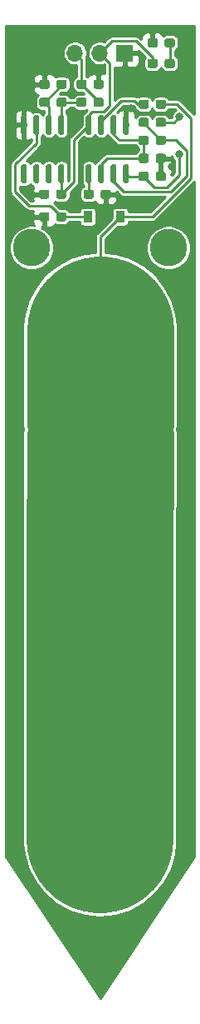
<source format=gbr>
G04 #@! TF.GenerationSoftware,KiCad,Pcbnew,(5.1.8)-1*
G04 #@! TF.CreationDate,2020-12-28T13:17:20-07:00*
G04 #@! TF.ProjectId,Moisture-Sensor,4d6f6973-7475-4726-952d-53656e736f72,rev?*
G04 #@! TF.SameCoordinates,Original*
G04 #@! TF.FileFunction,Copper,L1,Top*
G04 #@! TF.FilePolarity,Positive*
%FSLAX46Y46*%
G04 Gerber Fmt 4.6, Leading zero omitted, Abs format (unit mm)*
G04 Created by KiCad (PCBNEW (5.1.8)-1) date 2020-12-28 13:17:20*
%MOMM*%
%LPD*%
G01*
G04 APERTURE LIST*
G04 #@! TA.AperFunction,SMDPad,CuDef*
%ADD10R,0.900000X1.200000*%
G04 #@! TD*
G04 #@! TA.AperFunction,ComponentPad*
%ADD11R,1.700000X1.700000*%
G04 #@! TD*
G04 #@! TA.AperFunction,ComponentPad*
%ADD12O,1.700000X1.700000*%
G04 #@! TD*
G04 #@! TA.AperFunction,ComponentPad*
%ADD13C,3.800000*%
G04 #@! TD*
G04 #@! TA.AperFunction,ViaPad*
%ADD14C,0.800000*%
G04 #@! TD*
G04 #@! TA.AperFunction,Conductor*
%ADD15C,15.000000*%
G04 #@! TD*
G04 #@! TA.AperFunction,Conductor*
%ADD16C,0.254000*%
G04 #@! TD*
G04 #@! TA.AperFunction,Conductor*
%ADD17C,0.100000*%
G04 #@! TD*
G04 APERTURE END LIST*
G04 #@! TA.AperFunction,SMDPad,CuDef*
G36*
G01*
X114974000Y-63668900D02*
X114974000Y-64143900D01*
G75*
G02*
X114736500Y-64381400I-237500J0D01*
G01*
X114161500Y-64381400D01*
G75*
G02*
X113924000Y-64143900I0J237500D01*
G01*
X113924000Y-63668900D01*
G75*
G02*
X114161500Y-63431400I237500J0D01*
G01*
X114736500Y-63431400D01*
G75*
G02*
X114974000Y-63668900I0J-237500D01*
G01*
G37*
G04 #@! TD.AperFunction*
G04 #@! TA.AperFunction,SMDPad,CuDef*
G36*
G01*
X116724000Y-63668900D02*
X116724000Y-64143900D01*
G75*
G02*
X116486500Y-64381400I-237500J0D01*
G01*
X115911500Y-64381400D01*
G75*
G02*
X115674000Y-64143900I0J237500D01*
G01*
X115674000Y-63668900D01*
G75*
G02*
X115911500Y-63431400I237500J0D01*
G01*
X116486500Y-63431400D01*
G75*
G02*
X116724000Y-63668900I0J-237500D01*
G01*
G37*
G04 #@! TD.AperFunction*
G04 #@! TA.AperFunction,SMDPad,CuDef*
G36*
G01*
X116724000Y-65497700D02*
X116724000Y-65972700D01*
G75*
G02*
X116486500Y-66210200I-237500J0D01*
G01*
X115911500Y-66210200D01*
G75*
G02*
X115674000Y-65972700I0J237500D01*
G01*
X115674000Y-65497700D01*
G75*
G02*
X115911500Y-65260200I237500J0D01*
G01*
X116486500Y-65260200D01*
G75*
G02*
X116724000Y-65497700I0J-237500D01*
G01*
G37*
G04 #@! TD.AperFunction*
G04 #@! TA.AperFunction,SMDPad,CuDef*
G36*
G01*
X114974000Y-65497700D02*
X114974000Y-65972700D01*
G75*
G02*
X114736500Y-66210200I-237500J0D01*
G01*
X114161500Y-66210200D01*
G75*
G02*
X113924000Y-65972700I0J237500D01*
G01*
X113924000Y-65497700D01*
G75*
G02*
X114161500Y-65260200I237500J0D01*
G01*
X114736500Y-65260200D01*
G75*
G02*
X114974000Y-65497700I0J-237500D01*
G01*
G37*
G04 #@! TD.AperFunction*
G04 #@! TA.AperFunction,SMDPad,CuDef*
G36*
G01*
X103764000Y-67801500D02*
X103764000Y-67326500D01*
G75*
G02*
X104001500Y-67089000I237500J0D01*
G01*
X104576500Y-67089000D01*
G75*
G02*
X104814000Y-67326500I0J-237500D01*
G01*
X104814000Y-67801500D01*
G75*
G02*
X104576500Y-68039000I-237500J0D01*
G01*
X104001500Y-68039000D01*
G75*
G02*
X103764000Y-67801500I0J237500D01*
G01*
G37*
G04 #@! TD.AperFunction*
G04 #@! TA.AperFunction,SMDPad,CuDef*
G36*
G01*
X105514000Y-67801500D02*
X105514000Y-67326500D01*
G75*
G02*
X105751500Y-67089000I237500J0D01*
G01*
X106326500Y-67089000D01*
G75*
G02*
X106564000Y-67326500I0J-237500D01*
G01*
X106564000Y-67801500D01*
G75*
G02*
X106326500Y-68039000I-237500J0D01*
G01*
X105751500Y-68039000D01*
G75*
G02*
X105514000Y-67801500I0J237500D01*
G01*
G37*
G04 #@! TD.AperFunction*
G04 #@! TA.AperFunction,SMDPad,CuDef*
G36*
G01*
X111102000Y-67326500D02*
X111102000Y-67801500D01*
G75*
G02*
X110864500Y-68039000I-237500J0D01*
G01*
X110289500Y-68039000D01*
G75*
G02*
X110052000Y-67801500I0J237500D01*
G01*
X110052000Y-67326500D01*
G75*
G02*
X110289500Y-67089000I237500J0D01*
G01*
X110864500Y-67089000D01*
G75*
G02*
X111102000Y-67326500I0J-237500D01*
G01*
G37*
G04 #@! TD.AperFunction*
G04 #@! TA.AperFunction,SMDPad,CuDef*
G36*
G01*
X109352000Y-67326500D02*
X109352000Y-67801500D01*
G75*
G02*
X109114500Y-68039000I-237500J0D01*
G01*
X108539500Y-68039000D01*
G75*
G02*
X108302000Y-67801500I0J237500D01*
G01*
X108302000Y-67326500D01*
G75*
G02*
X108539500Y-67089000I237500J0D01*
G01*
X109114500Y-67089000D01*
G75*
G02*
X109352000Y-67326500I0J-237500D01*
G01*
G37*
G04 #@! TD.AperFunction*
G04 #@! TA.AperFunction,SMDPad,CuDef*
G36*
G01*
X108624000Y-56150500D02*
X108624000Y-56625500D01*
G75*
G02*
X108386500Y-56863000I-237500J0D01*
G01*
X107811500Y-56863000D01*
G75*
G02*
X107574000Y-56625500I0J237500D01*
G01*
X107574000Y-56150500D01*
G75*
G02*
X107811500Y-55913000I237500J0D01*
G01*
X108386500Y-55913000D01*
G75*
G02*
X108624000Y-56150500I0J-237500D01*
G01*
G37*
G04 #@! TD.AperFunction*
G04 #@! TA.AperFunction,SMDPad,CuDef*
G36*
G01*
X110374000Y-56150500D02*
X110374000Y-56625500D01*
G75*
G02*
X110136500Y-56863000I-237500J0D01*
G01*
X109561500Y-56863000D01*
G75*
G02*
X109324000Y-56625500I0J237500D01*
G01*
X109324000Y-56150500D01*
G75*
G02*
X109561500Y-55913000I237500J0D01*
G01*
X110136500Y-55913000D01*
G75*
G02*
X110374000Y-56150500I0J-237500D01*
G01*
G37*
G04 #@! TD.AperFunction*
G04 #@! TA.AperFunction,SMDPad,CuDef*
G36*
G01*
X114832000Y-52412500D02*
X114832000Y-51937500D01*
G75*
G02*
X115069500Y-51700000I237500J0D01*
G01*
X115644500Y-51700000D01*
G75*
G02*
X115882000Y-51937500I0J-237500D01*
G01*
X115882000Y-52412500D01*
G75*
G02*
X115644500Y-52650000I-237500J0D01*
G01*
X115069500Y-52650000D01*
G75*
G02*
X114832000Y-52412500I0J237500D01*
G01*
G37*
G04 #@! TD.AperFunction*
G04 #@! TA.AperFunction,SMDPad,CuDef*
G36*
G01*
X116582000Y-52412500D02*
X116582000Y-51937500D01*
G75*
G02*
X116819500Y-51700000I237500J0D01*
G01*
X117394500Y-51700000D01*
G75*
G02*
X117632000Y-51937500I0J-237500D01*
G01*
X117632000Y-52412500D01*
G75*
G02*
X117394500Y-52650000I-237500J0D01*
G01*
X116819500Y-52650000D01*
G75*
G02*
X116582000Y-52412500I0J237500D01*
G01*
G37*
G04 #@! TD.AperFunction*
D10*
X108752000Y-69850000D03*
X112052000Y-69850000D03*
G04 #@! TA.AperFunction,SMDPad,CuDef*
G36*
G01*
X114832000Y-54512500D02*
X114832000Y-54037500D01*
G75*
G02*
X115069500Y-53800000I237500J0D01*
G01*
X115644500Y-53800000D01*
G75*
G02*
X115882000Y-54037500I0J-237500D01*
G01*
X115882000Y-54512500D01*
G75*
G02*
X115644500Y-54750000I-237500J0D01*
G01*
X115069500Y-54750000D01*
G75*
G02*
X114832000Y-54512500I0J237500D01*
G01*
G37*
G04 #@! TD.AperFunction*
G04 #@! TA.AperFunction,SMDPad,CuDef*
G36*
G01*
X116582000Y-54512500D02*
X116582000Y-54037500D01*
G75*
G02*
X116819500Y-53800000I237500J0D01*
G01*
X117394500Y-53800000D01*
G75*
G02*
X117632000Y-54037500I0J-237500D01*
G01*
X117632000Y-54512500D01*
G75*
G02*
X117394500Y-54750000I-237500J0D01*
G01*
X116819500Y-54750000D01*
G75*
G02*
X116582000Y-54512500I0J237500D01*
G01*
G37*
G04 #@! TD.AperFunction*
G04 #@! TA.AperFunction,SMDPad,CuDef*
G36*
G01*
X105548000Y-56625500D02*
X105548000Y-56150500D01*
G75*
G02*
X105785500Y-55913000I237500J0D01*
G01*
X106360500Y-55913000D01*
G75*
G02*
X106598000Y-56150500I0J-237500D01*
G01*
X106598000Y-56625500D01*
G75*
G02*
X106360500Y-56863000I-237500J0D01*
G01*
X105785500Y-56863000D01*
G75*
G02*
X105548000Y-56625500I0J237500D01*
G01*
G37*
G04 #@! TD.AperFunction*
G04 #@! TA.AperFunction,SMDPad,CuDef*
G36*
G01*
X103798000Y-56625500D02*
X103798000Y-56150500D01*
G75*
G02*
X104035500Y-55913000I237500J0D01*
G01*
X104610500Y-55913000D01*
G75*
G02*
X104848000Y-56150500I0J-237500D01*
G01*
X104848000Y-56625500D01*
G75*
G02*
X104610500Y-56863000I-237500J0D01*
G01*
X104035500Y-56863000D01*
G75*
G02*
X103798000Y-56625500I0J237500D01*
G01*
G37*
G04 #@! TD.AperFunction*
G04 #@! TA.AperFunction,SMDPad,CuDef*
G36*
G01*
X103798000Y-58442500D02*
X103798000Y-57967500D01*
G75*
G02*
X104035500Y-57730000I237500J0D01*
G01*
X104610500Y-57730000D01*
G75*
G02*
X104848000Y-57967500I0J-237500D01*
G01*
X104848000Y-58442500D01*
G75*
G02*
X104610500Y-58680000I-237500J0D01*
G01*
X104035500Y-58680000D01*
G75*
G02*
X103798000Y-58442500I0J237500D01*
G01*
G37*
G04 #@! TD.AperFunction*
G04 #@! TA.AperFunction,SMDPad,CuDef*
G36*
G01*
X105548000Y-58442500D02*
X105548000Y-57967500D01*
G75*
G02*
X105785500Y-57730000I237500J0D01*
G01*
X106360500Y-57730000D01*
G75*
G02*
X106598000Y-57967500I0J-237500D01*
G01*
X106598000Y-58442500D01*
G75*
G02*
X106360500Y-58680000I-237500J0D01*
G01*
X105785500Y-58680000D01*
G75*
G02*
X105548000Y-58442500I0J237500D01*
G01*
G37*
G04 #@! TD.AperFunction*
G04 #@! TA.AperFunction,SMDPad,CuDef*
G36*
G01*
X114974000Y-60011300D02*
X114974000Y-60486300D01*
G75*
G02*
X114736500Y-60723800I-237500J0D01*
G01*
X114161500Y-60723800D01*
G75*
G02*
X113924000Y-60486300I0J237500D01*
G01*
X113924000Y-60011300D01*
G75*
G02*
X114161500Y-59773800I237500J0D01*
G01*
X114736500Y-59773800D01*
G75*
G02*
X114974000Y-60011300I0J-237500D01*
G01*
G37*
G04 #@! TD.AperFunction*
G04 #@! TA.AperFunction,SMDPad,CuDef*
G36*
G01*
X116724000Y-60011300D02*
X116724000Y-60486300D01*
G75*
G02*
X116486500Y-60723800I-237500J0D01*
G01*
X115911500Y-60723800D01*
G75*
G02*
X115674000Y-60486300I0J237500D01*
G01*
X115674000Y-60011300D01*
G75*
G02*
X115911500Y-59773800I237500J0D01*
G01*
X116486500Y-59773800D01*
G75*
G02*
X116724000Y-60011300I0J-237500D01*
G01*
G37*
G04 #@! TD.AperFunction*
G04 #@! TA.AperFunction,SMDPad,CuDef*
G36*
G01*
X116724000Y-61840100D02*
X116724000Y-62315100D01*
G75*
G02*
X116486500Y-62552600I-237500J0D01*
G01*
X115911500Y-62552600D01*
G75*
G02*
X115674000Y-62315100I0J237500D01*
G01*
X115674000Y-61840100D01*
G75*
G02*
X115911500Y-61602600I237500J0D01*
G01*
X116486500Y-61602600D01*
G75*
G02*
X116724000Y-61840100I0J-237500D01*
G01*
G37*
G04 #@! TD.AperFunction*
G04 #@! TA.AperFunction,SMDPad,CuDef*
G36*
G01*
X114974000Y-61840100D02*
X114974000Y-62315100D01*
G75*
G02*
X114736500Y-62552600I-237500J0D01*
G01*
X114161500Y-62552600D01*
G75*
G02*
X113924000Y-62315100I0J237500D01*
G01*
X113924000Y-61840100D01*
G75*
G02*
X114161500Y-61602600I237500J0D01*
G01*
X114736500Y-61602600D01*
G75*
G02*
X114974000Y-61840100I0J-237500D01*
G01*
G37*
G04 #@! TD.AperFunction*
G04 #@! TA.AperFunction,SMDPad,CuDef*
G36*
G01*
X109324000Y-58442500D02*
X109324000Y-57967500D01*
G75*
G02*
X109561500Y-57730000I237500J0D01*
G01*
X110136500Y-57730000D01*
G75*
G02*
X110374000Y-57967500I0J-237500D01*
G01*
X110374000Y-58442500D01*
G75*
G02*
X110136500Y-58680000I-237500J0D01*
G01*
X109561500Y-58680000D01*
G75*
G02*
X109324000Y-58442500I0J237500D01*
G01*
G37*
G04 #@! TD.AperFunction*
G04 #@! TA.AperFunction,SMDPad,CuDef*
G36*
G01*
X107574000Y-58442500D02*
X107574000Y-57967500D01*
G75*
G02*
X107811500Y-57730000I237500J0D01*
G01*
X108386500Y-57730000D01*
G75*
G02*
X108624000Y-57967500I0J-237500D01*
G01*
X108624000Y-58442500D01*
G75*
G02*
X108386500Y-58680000I-237500J0D01*
G01*
X107811500Y-58680000D01*
G75*
G02*
X107574000Y-58442500I0J237500D01*
G01*
G37*
G04 #@! TD.AperFunction*
G04 #@! TA.AperFunction,SMDPad,CuDef*
G36*
G01*
X115674000Y-58657500D02*
X115674000Y-58182500D01*
G75*
G02*
X115911500Y-57945000I237500J0D01*
G01*
X116486500Y-57945000D01*
G75*
G02*
X116724000Y-58182500I0J-237500D01*
G01*
X116724000Y-58657500D01*
G75*
G02*
X116486500Y-58895000I-237500J0D01*
G01*
X115911500Y-58895000D01*
G75*
G02*
X115674000Y-58657500I0J237500D01*
G01*
G37*
G04 #@! TD.AperFunction*
G04 #@! TA.AperFunction,SMDPad,CuDef*
G36*
G01*
X113924000Y-58657500D02*
X113924000Y-58182500D01*
G75*
G02*
X114161500Y-57945000I237500J0D01*
G01*
X114736500Y-57945000D01*
G75*
G02*
X114974000Y-58182500I0J-237500D01*
G01*
X114974000Y-58657500D01*
G75*
G02*
X114736500Y-58895000I-237500J0D01*
G01*
X114161500Y-58895000D01*
G75*
G02*
X113924000Y-58657500I0J237500D01*
G01*
G37*
G04 #@! TD.AperFunction*
G04 #@! TA.AperFunction,SMDPad,CuDef*
G36*
G01*
X106564000Y-69612500D02*
X106564000Y-70087500D01*
G75*
G02*
X106326500Y-70325000I-237500J0D01*
G01*
X105751500Y-70325000D01*
G75*
G02*
X105514000Y-70087500I0J237500D01*
G01*
X105514000Y-69612500D01*
G75*
G02*
X105751500Y-69375000I237500J0D01*
G01*
X106326500Y-69375000D01*
G75*
G02*
X106564000Y-69612500I0J-237500D01*
G01*
G37*
G04 #@! TD.AperFunction*
G04 #@! TA.AperFunction,SMDPad,CuDef*
G36*
G01*
X104814000Y-69612500D02*
X104814000Y-70087500D01*
G75*
G02*
X104576500Y-70325000I-237500J0D01*
G01*
X104001500Y-70325000D01*
G75*
G02*
X103764000Y-70087500I0J237500D01*
G01*
X103764000Y-69612500D01*
G75*
G02*
X104001500Y-69375000I237500J0D01*
G01*
X104576500Y-69375000D01*
G75*
G02*
X104814000Y-69612500I0J-237500D01*
G01*
G37*
G04 #@! TD.AperFunction*
G04 #@! TA.AperFunction,SMDPad,CuDef*
G36*
G01*
X105903000Y-59542000D02*
X106203000Y-59542000D01*
G75*
G02*
X106353000Y-59692000I0J-150000D01*
G01*
X106353000Y-61342000D01*
G75*
G02*
X106203000Y-61492000I-150000J0D01*
G01*
X105903000Y-61492000D01*
G75*
G02*
X105753000Y-61342000I0J150000D01*
G01*
X105753000Y-59692000D01*
G75*
G02*
X105903000Y-59542000I150000J0D01*
G01*
G37*
G04 #@! TD.AperFunction*
G04 #@! TA.AperFunction,SMDPad,CuDef*
G36*
G01*
X104633000Y-59542000D02*
X104933000Y-59542000D01*
G75*
G02*
X105083000Y-59692000I0J-150000D01*
G01*
X105083000Y-61342000D01*
G75*
G02*
X104933000Y-61492000I-150000J0D01*
G01*
X104633000Y-61492000D01*
G75*
G02*
X104483000Y-61342000I0J150000D01*
G01*
X104483000Y-59692000D01*
G75*
G02*
X104633000Y-59542000I150000J0D01*
G01*
G37*
G04 #@! TD.AperFunction*
G04 #@! TA.AperFunction,SMDPad,CuDef*
G36*
G01*
X103363000Y-59542000D02*
X103663000Y-59542000D01*
G75*
G02*
X103813000Y-59692000I0J-150000D01*
G01*
X103813000Y-61342000D01*
G75*
G02*
X103663000Y-61492000I-150000J0D01*
G01*
X103363000Y-61492000D01*
G75*
G02*
X103213000Y-61342000I0J150000D01*
G01*
X103213000Y-59692000D01*
G75*
G02*
X103363000Y-59542000I150000J0D01*
G01*
G37*
G04 #@! TD.AperFunction*
G04 #@! TA.AperFunction,SMDPad,CuDef*
G36*
G01*
X102093000Y-59542000D02*
X102393000Y-59542000D01*
G75*
G02*
X102543000Y-59692000I0J-150000D01*
G01*
X102543000Y-61342000D01*
G75*
G02*
X102393000Y-61492000I-150000J0D01*
G01*
X102093000Y-61492000D01*
G75*
G02*
X101943000Y-61342000I0J150000D01*
G01*
X101943000Y-59692000D01*
G75*
G02*
X102093000Y-59542000I150000J0D01*
G01*
G37*
G04 #@! TD.AperFunction*
G04 #@! TA.AperFunction,SMDPad,CuDef*
G36*
G01*
X102093000Y-64492000D02*
X102393000Y-64492000D01*
G75*
G02*
X102543000Y-64642000I0J-150000D01*
G01*
X102543000Y-66292000D01*
G75*
G02*
X102393000Y-66442000I-150000J0D01*
G01*
X102093000Y-66442000D01*
G75*
G02*
X101943000Y-66292000I0J150000D01*
G01*
X101943000Y-64642000D01*
G75*
G02*
X102093000Y-64492000I150000J0D01*
G01*
G37*
G04 #@! TD.AperFunction*
G04 #@! TA.AperFunction,SMDPad,CuDef*
G36*
G01*
X103363000Y-64492000D02*
X103663000Y-64492000D01*
G75*
G02*
X103813000Y-64642000I0J-150000D01*
G01*
X103813000Y-66292000D01*
G75*
G02*
X103663000Y-66442000I-150000J0D01*
G01*
X103363000Y-66442000D01*
G75*
G02*
X103213000Y-66292000I0J150000D01*
G01*
X103213000Y-64642000D01*
G75*
G02*
X103363000Y-64492000I150000J0D01*
G01*
G37*
G04 #@! TD.AperFunction*
G04 #@! TA.AperFunction,SMDPad,CuDef*
G36*
G01*
X104633000Y-64492000D02*
X104933000Y-64492000D01*
G75*
G02*
X105083000Y-64642000I0J-150000D01*
G01*
X105083000Y-66292000D01*
G75*
G02*
X104933000Y-66442000I-150000J0D01*
G01*
X104633000Y-66442000D01*
G75*
G02*
X104483000Y-66292000I0J150000D01*
G01*
X104483000Y-64642000D01*
G75*
G02*
X104633000Y-64492000I150000J0D01*
G01*
G37*
G04 #@! TD.AperFunction*
G04 #@! TA.AperFunction,SMDPad,CuDef*
G36*
G01*
X105903000Y-64492000D02*
X106203000Y-64492000D01*
G75*
G02*
X106353000Y-64642000I0J-150000D01*
G01*
X106353000Y-66292000D01*
G75*
G02*
X106203000Y-66442000I-150000J0D01*
G01*
X105903000Y-66442000D01*
G75*
G02*
X105753000Y-66292000I0J150000D01*
G01*
X105753000Y-64642000D01*
G75*
G02*
X105903000Y-64492000I150000J0D01*
G01*
G37*
G04 #@! TD.AperFunction*
G04 #@! TA.AperFunction,SMDPad,CuDef*
G36*
G01*
X112507000Y-64492000D02*
X112807000Y-64492000D01*
G75*
G02*
X112957000Y-64642000I0J-150000D01*
G01*
X112957000Y-66292000D01*
G75*
G02*
X112807000Y-66442000I-150000J0D01*
G01*
X112507000Y-66442000D01*
G75*
G02*
X112357000Y-66292000I0J150000D01*
G01*
X112357000Y-64642000D01*
G75*
G02*
X112507000Y-64492000I150000J0D01*
G01*
G37*
G04 #@! TD.AperFunction*
G04 #@! TA.AperFunction,SMDPad,CuDef*
G36*
G01*
X111237000Y-64492000D02*
X111537000Y-64492000D01*
G75*
G02*
X111687000Y-64642000I0J-150000D01*
G01*
X111687000Y-66292000D01*
G75*
G02*
X111537000Y-66442000I-150000J0D01*
G01*
X111237000Y-66442000D01*
G75*
G02*
X111087000Y-66292000I0J150000D01*
G01*
X111087000Y-64642000D01*
G75*
G02*
X111237000Y-64492000I150000J0D01*
G01*
G37*
G04 #@! TD.AperFunction*
G04 #@! TA.AperFunction,SMDPad,CuDef*
G36*
G01*
X109967000Y-64492000D02*
X110267000Y-64492000D01*
G75*
G02*
X110417000Y-64642000I0J-150000D01*
G01*
X110417000Y-66292000D01*
G75*
G02*
X110267000Y-66442000I-150000J0D01*
G01*
X109967000Y-66442000D01*
G75*
G02*
X109817000Y-66292000I0J150000D01*
G01*
X109817000Y-64642000D01*
G75*
G02*
X109967000Y-64492000I150000J0D01*
G01*
G37*
G04 #@! TD.AperFunction*
G04 #@! TA.AperFunction,SMDPad,CuDef*
G36*
G01*
X108697000Y-64492000D02*
X108997000Y-64492000D01*
G75*
G02*
X109147000Y-64642000I0J-150000D01*
G01*
X109147000Y-66292000D01*
G75*
G02*
X108997000Y-66442000I-150000J0D01*
G01*
X108697000Y-66442000D01*
G75*
G02*
X108547000Y-66292000I0J150000D01*
G01*
X108547000Y-64642000D01*
G75*
G02*
X108697000Y-64492000I150000J0D01*
G01*
G37*
G04 #@! TD.AperFunction*
G04 #@! TA.AperFunction,SMDPad,CuDef*
G36*
G01*
X108697000Y-59542000D02*
X108997000Y-59542000D01*
G75*
G02*
X109147000Y-59692000I0J-150000D01*
G01*
X109147000Y-61342000D01*
G75*
G02*
X108997000Y-61492000I-150000J0D01*
G01*
X108697000Y-61492000D01*
G75*
G02*
X108547000Y-61342000I0J150000D01*
G01*
X108547000Y-59692000D01*
G75*
G02*
X108697000Y-59542000I150000J0D01*
G01*
G37*
G04 #@! TD.AperFunction*
G04 #@! TA.AperFunction,SMDPad,CuDef*
G36*
G01*
X109967000Y-59542000D02*
X110267000Y-59542000D01*
G75*
G02*
X110417000Y-59692000I0J-150000D01*
G01*
X110417000Y-61342000D01*
G75*
G02*
X110267000Y-61492000I-150000J0D01*
G01*
X109967000Y-61492000D01*
G75*
G02*
X109817000Y-61342000I0J150000D01*
G01*
X109817000Y-59692000D01*
G75*
G02*
X109967000Y-59542000I150000J0D01*
G01*
G37*
G04 #@! TD.AperFunction*
G04 #@! TA.AperFunction,SMDPad,CuDef*
G36*
G01*
X111237000Y-59542000D02*
X111537000Y-59542000D01*
G75*
G02*
X111687000Y-59692000I0J-150000D01*
G01*
X111687000Y-61342000D01*
G75*
G02*
X111537000Y-61492000I-150000J0D01*
G01*
X111237000Y-61492000D01*
G75*
G02*
X111087000Y-61342000I0J150000D01*
G01*
X111087000Y-59692000D01*
G75*
G02*
X111237000Y-59542000I150000J0D01*
G01*
G37*
G04 #@! TD.AperFunction*
G04 #@! TA.AperFunction,SMDPad,CuDef*
G36*
G01*
X112507000Y-59542000D02*
X112807000Y-59542000D01*
G75*
G02*
X112957000Y-59692000I0J-150000D01*
G01*
X112957000Y-61342000D01*
G75*
G02*
X112807000Y-61492000I-150000J0D01*
G01*
X112507000Y-61492000D01*
G75*
G02*
X112357000Y-61342000I0J150000D01*
G01*
X112357000Y-59692000D01*
G75*
G02*
X112507000Y-59542000I150000J0D01*
G01*
G37*
G04 #@! TD.AperFunction*
D11*
X112525000Y-53205000D03*
D12*
X109985000Y-53205000D03*
X107445000Y-53205000D03*
D13*
X103000000Y-73000000D03*
X117000000Y-73000000D03*
D14*
X102751000Y-67564000D03*
X105672000Y-62992000D03*
X117356000Y-64770000D03*
X113157000Y-58801000D03*
X118086201Y-59713799D03*
X118086201Y-63523799D03*
D15*
X110000000Y-90702000D02*
X110000000Y-81304000D01*
X110000000Y-99042000D02*
X109982000Y-99060000D01*
X110000000Y-92202000D02*
X110000000Y-99042000D01*
X109982000Y-99060000D02*
X109982000Y-133096000D01*
D16*
X111972600Y-62077600D02*
X114449000Y-62077600D01*
X111387000Y-61492000D02*
X111972600Y-62077600D01*
X111387000Y-60517000D02*
X111387000Y-61492000D01*
X114449000Y-62077600D02*
X114449000Y-63906400D01*
X110117000Y-64492000D02*
X110117000Y-65467000D01*
X114449000Y-63906400D02*
X110702600Y-63906400D01*
X110702600Y-63906400D02*
X110117000Y-64492000D01*
X115357000Y-53651198D02*
X115357000Y-54275000D01*
X113679801Y-51973999D02*
X115357000Y-53651198D01*
X111216001Y-51973999D02*
X113679801Y-51973999D01*
X109985000Y-53205000D02*
X111216001Y-51973999D01*
X106039000Y-65481000D02*
X106053000Y-65467000D01*
X106039000Y-67564000D02*
X106039000Y-65481000D01*
X114449000Y-65735200D02*
X112925200Y-65735200D01*
X112925200Y-65735200D02*
X112657000Y-65467000D01*
X106039000Y-67564000D02*
X106053000Y-67564000D01*
X106053000Y-67564000D02*
X107323000Y-66294000D01*
X107323000Y-62041000D02*
X108847000Y-60517000D01*
X107323000Y-66294000D02*
X107323000Y-62041000D01*
X116199000Y-60248800D02*
X116670200Y-60248800D01*
X117551200Y-60248800D02*
X118086201Y-59713799D01*
X116199000Y-60248800D02*
X117551200Y-60248800D01*
X115566590Y-66852790D02*
X114449000Y-65735200D01*
X116797210Y-66852790D02*
X115566590Y-66852790D01*
X118086201Y-65563799D02*
X116797210Y-66852790D01*
X118086201Y-63523799D02*
X118086201Y-65563799D01*
X108847000Y-59542000D02*
X108847000Y-60517000D01*
X109228010Y-59160990D02*
X108847000Y-59542000D01*
X110392010Y-59160990D02*
X109228010Y-59160990D01*
X111006000Y-58547000D02*
X110392010Y-59160990D01*
X111006000Y-54226000D02*
X111006000Y-58547000D01*
X109985000Y-53205000D02*
X111006000Y-54226000D01*
X108827000Y-65487000D02*
X108847000Y-65467000D01*
X108827000Y-67564000D02*
X108827000Y-65487000D01*
X109849000Y-58138000D02*
X108099000Y-56388000D01*
X109849000Y-58205000D02*
X109849000Y-58138000D01*
X108099000Y-53859000D02*
X107445000Y-53205000D01*
X108099000Y-56388000D02*
X108099000Y-53859000D01*
X117107000Y-52175000D02*
X117107000Y-54275000D01*
X108752000Y-69850000D02*
X106039000Y-69850000D01*
X102464010Y-68420010D02*
X101354000Y-67310000D01*
X101354000Y-67310000D02*
X101354000Y-64516000D01*
X103513000Y-62357000D02*
X103513000Y-60517000D01*
X101354000Y-64516000D02*
X103513000Y-62357000D01*
X106039000Y-69850000D02*
X105023000Y-68834000D01*
X106039000Y-69850000D02*
X104896000Y-68707000D01*
X102751000Y-68707000D02*
X101354000Y-67310000D01*
X104896000Y-68707000D02*
X102751000Y-68707000D01*
X117864000Y-58420000D02*
X116199000Y-58420000D01*
X119273612Y-59829612D02*
X117864000Y-58420000D01*
X119273612Y-65911980D02*
X119273612Y-59829612D01*
X115335592Y-69850000D02*
X119273612Y-65911980D01*
X112052000Y-69850000D02*
X115335592Y-69850000D01*
X110000000Y-71902000D02*
X112052000Y-69850000D01*
X110000000Y-81304000D02*
X110000000Y-71902000D01*
X106073000Y-56455000D02*
X104323000Y-58205000D01*
X106073000Y-56388000D02*
X106073000Y-56455000D01*
X104783000Y-58665000D02*
X104323000Y-58205000D01*
X104783000Y-60517000D02*
X104783000Y-58665000D01*
X106073000Y-58205000D02*
X108099000Y-58205000D01*
X106053000Y-58225000D02*
X106073000Y-58205000D01*
X106053000Y-60517000D02*
X106053000Y-58225000D01*
X114449000Y-60327600D02*
X116199000Y-62077600D01*
X114449000Y-60248800D02*
X114449000Y-60327600D01*
X117711600Y-62077600D02*
X116199000Y-62077600D01*
X118816402Y-63182402D02*
X117711600Y-62077600D01*
X118816402Y-65722598D02*
X118816402Y-63182402D01*
X117229000Y-67310000D02*
X118816402Y-65722598D01*
X112403000Y-67310000D02*
X117229000Y-67310000D01*
X111387000Y-66294000D02*
X112403000Y-67310000D01*
X111387000Y-65467000D02*
X111387000Y-66294000D01*
X110117000Y-60132878D02*
X111829878Y-58420000D01*
X110117000Y-60132878D02*
X110117000Y-60517000D01*
X112179079Y-58070799D02*
X110117000Y-60132878D01*
X113507497Y-58070799D02*
X112179079Y-58070799D01*
X113856698Y-58420000D02*
X113507497Y-58070799D01*
X114449000Y-58420000D02*
X113856698Y-58420000D01*
X119594000Y-59431579D02*
X118240855Y-58078435D01*
X118224948Y-58059052D01*
X118147595Y-57995571D01*
X118059343Y-57948399D01*
X117963585Y-57919351D01*
X117888947Y-57912000D01*
X117888944Y-57912000D01*
X117864000Y-57909543D01*
X117839056Y-57912000D01*
X117041927Y-57912000D01*
X117002296Y-57837856D01*
X116925149Y-57743851D01*
X116831144Y-57666704D01*
X116723895Y-57609378D01*
X116607523Y-57574077D01*
X116486500Y-57562157D01*
X115911500Y-57562157D01*
X115790477Y-57574077D01*
X115674105Y-57609378D01*
X115566856Y-57666704D01*
X115472851Y-57743851D01*
X115395704Y-57837856D01*
X115338378Y-57945105D01*
X115324000Y-57992503D01*
X115309622Y-57945105D01*
X115252296Y-57837856D01*
X115175149Y-57743851D01*
X115081144Y-57666704D01*
X114973895Y-57609378D01*
X114857523Y-57574077D01*
X114736500Y-57562157D01*
X114161500Y-57562157D01*
X114040477Y-57574077D01*
X113924105Y-57609378D01*
X113816856Y-57666704D01*
X113816363Y-57667109D01*
X113791092Y-57646370D01*
X113702840Y-57599198D01*
X113607082Y-57570150D01*
X113532444Y-57562799D01*
X113532441Y-57562799D01*
X113507497Y-57560342D01*
X113482553Y-57562799D01*
X112204022Y-57562799D01*
X112179078Y-57560342D01*
X112154134Y-57562799D01*
X112154132Y-57562799D01*
X112079494Y-57570150D01*
X111983736Y-57599198D01*
X111964691Y-57609378D01*
X111895483Y-57646370D01*
X111840889Y-57691175D01*
X111818131Y-57709851D01*
X111802229Y-57729228D01*
X111514000Y-58017457D01*
X111514000Y-54669734D01*
X111550518Y-54680812D01*
X111675000Y-54693072D01*
X112239250Y-54690000D01*
X112398000Y-54531250D01*
X112398000Y-53332000D01*
X112652000Y-53332000D01*
X112652000Y-54531250D01*
X112810750Y-54690000D01*
X113375000Y-54693072D01*
X113499482Y-54680812D01*
X113619180Y-54644502D01*
X113729494Y-54585537D01*
X113826185Y-54506185D01*
X113905537Y-54409494D01*
X113964502Y-54299180D01*
X114000812Y-54179482D01*
X114013072Y-54055000D01*
X114010000Y-53490750D01*
X113851250Y-53332000D01*
X112652000Y-53332000D01*
X112398000Y-53332000D01*
X112378000Y-53332000D01*
X112378000Y-53078000D01*
X112398000Y-53078000D01*
X112398000Y-53058000D01*
X112652000Y-53058000D01*
X112652000Y-53078000D01*
X113851250Y-53078000D01*
X113958316Y-52970934D01*
X114610739Y-53623357D01*
X114553704Y-53692856D01*
X114496378Y-53800105D01*
X114461077Y-53916477D01*
X114449157Y-54037500D01*
X114449157Y-54512500D01*
X114461077Y-54633523D01*
X114496378Y-54749895D01*
X114553704Y-54857144D01*
X114630851Y-54951149D01*
X114724856Y-55028296D01*
X114832105Y-55085622D01*
X114948477Y-55120923D01*
X115069500Y-55132843D01*
X115644500Y-55132843D01*
X115765523Y-55120923D01*
X115881895Y-55085622D01*
X115989144Y-55028296D01*
X116083149Y-54951149D01*
X116160296Y-54857144D01*
X116217622Y-54749895D01*
X116232000Y-54702497D01*
X116246378Y-54749895D01*
X116303704Y-54857144D01*
X116380851Y-54951149D01*
X116474856Y-55028296D01*
X116582105Y-55085622D01*
X116698477Y-55120923D01*
X116819500Y-55132843D01*
X117394500Y-55132843D01*
X117515523Y-55120923D01*
X117631895Y-55085622D01*
X117739144Y-55028296D01*
X117833149Y-54951149D01*
X117910296Y-54857144D01*
X117967622Y-54749895D01*
X118002923Y-54633523D01*
X118014843Y-54512500D01*
X118014843Y-54037500D01*
X118002923Y-53916477D01*
X117967622Y-53800105D01*
X117910296Y-53692856D01*
X117833149Y-53598851D01*
X117739144Y-53521704D01*
X117631895Y-53464378D01*
X117615000Y-53459253D01*
X117615000Y-52990747D01*
X117631895Y-52985622D01*
X117739144Y-52928296D01*
X117833149Y-52851149D01*
X117910296Y-52757144D01*
X117967622Y-52649895D01*
X118002923Y-52533523D01*
X118014843Y-52412500D01*
X118014843Y-51937500D01*
X118002923Y-51816477D01*
X117967622Y-51700105D01*
X117910296Y-51592856D01*
X117833149Y-51498851D01*
X117739144Y-51421704D01*
X117631895Y-51364378D01*
X117515523Y-51329077D01*
X117394500Y-51317157D01*
X116819500Y-51317157D01*
X116698477Y-51329077D01*
X116582105Y-51364378D01*
X116474856Y-51421704D01*
X116459849Y-51434020D01*
X116412537Y-51345506D01*
X116333185Y-51248815D01*
X116236494Y-51169463D01*
X116126180Y-51110498D01*
X116006482Y-51074188D01*
X115882000Y-51061928D01*
X115642750Y-51065000D01*
X115484000Y-51223750D01*
X115484000Y-52048000D01*
X115504000Y-52048000D01*
X115504000Y-52302000D01*
X115484000Y-52302000D01*
X115484000Y-52322000D01*
X115230000Y-52322000D01*
X115230000Y-52302000D01*
X115210000Y-52302000D01*
X115210000Y-52048000D01*
X115230000Y-52048000D01*
X115230000Y-51223750D01*
X115071250Y-51065000D01*
X114832000Y-51061928D01*
X114707518Y-51074188D01*
X114587820Y-51110498D01*
X114477506Y-51169463D01*
X114380815Y-51248815D01*
X114301463Y-51345506D01*
X114242498Y-51455820D01*
X114206188Y-51575518D01*
X114193928Y-51700000D01*
X114195078Y-51770856D01*
X114056656Y-51632434D01*
X114040749Y-51613051D01*
X113963396Y-51549570D01*
X113875144Y-51502398D01*
X113779386Y-51473350D01*
X113704748Y-51465999D01*
X113704745Y-51465999D01*
X113679801Y-51463542D01*
X113654857Y-51465999D01*
X111240944Y-51465999D01*
X111216000Y-51463542D01*
X111191056Y-51465999D01*
X111191054Y-51465999D01*
X111116416Y-51473350D01*
X111020658Y-51502398D01*
X111020656Y-51502399D01*
X110932405Y-51549570D01*
X110879661Y-51592856D01*
X110855053Y-51613051D01*
X110839151Y-51632428D01*
X110419166Y-52052413D01*
X110344069Y-52021307D01*
X110106243Y-51974000D01*
X109863757Y-51974000D01*
X109625931Y-52021307D01*
X109401903Y-52114102D01*
X109200283Y-52248820D01*
X109028820Y-52420283D01*
X108894102Y-52621903D01*
X108801307Y-52845931D01*
X108754000Y-53083757D01*
X108754000Y-53326243D01*
X108801307Y-53564069D01*
X108894102Y-53788097D01*
X109028820Y-53989717D01*
X109200283Y-54161180D01*
X109401903Y-54295898D01*
X109625931Y-54388693D01*
X109863757Y-54436000D01*
X110106243Y-54436000D01*
X110344069Y-54388693D01*
X110419166Y-54357587D01*
X110498000Y-54436421D01*
X110498000Y-55287141D01*
X110374000Y-55274928D01*
X110134750Y-55278000D01*
X109976000Y-55436750D01*
X109976000Y-56261000D01*
X109996000Y-56261000D01*
X109996000Y-56515000D01*
X109976000Y-56515000D01*
X109976000Y-56535000D01*
X109722000Y-56535000D01*
X109722000Y-56515000D01*
X109702000Y-56515000D01*
X109702000Y-56261000D01*
X109722000Y-56261000D01*
X109722000Y-55436750D01*
X109563250Y-55278000D01*
X109324000Y-55274928D01*
X109199518Y-55287188D01*
X109079820Y-55323498D01*
X108969506Y-55382463D01*
X108872815Y-55461815D01*
X108793463Y-55558506D01*
X108746151Y-55647020D01*
X108731144Y-55634704D01*
X108623895Y-55577378D01*
X108607000Y-55572253D01*
X108607000Y-53883944D01*
X108609457Y-53859000D01*
X108607000Y-53834053D01*
X108599649Y-53759415D01*
X108577721Y-53687128D01*
X108628693Y-53564069D01*
X108676000Y-53326243D01*
X108676000Y-53083757D01*
X108628693Y-52845931D01*
X108535898Y-52621903D01*
X108401180Y-52420283D01*
X108229717Y-52248820D01*
X108028097Y-52114102D01*
X107804069Y-52021307D01*
X107566243Y-51974000D01*
X107323757Y-51974000D01*
X107085931Y-52021307D01*
X106861903Y-52114102D01*
X106660283Y-52248820D01*
X106488820Y-52420283D01*
X106354102Y-52621903D01*
X106261307Y-52845931D01*
X106214000Y-53083757D01*
X106214000Y-53326243D01*
X106261307Y-53564069D01*
X106354102Y-53788097D01*
X106488820Y-53989717D01*
X106660283Y-54161180D01*
X106861903Y-54295898D01*
X107085931Y-54388693D01*
X107323757Y-54436000D01*
X107566243Y-54436000D01*
X107591001Y-54431075D01*
X107591000Y-55572253D01*
X107574105Y-55577378D01*
X107466856Y-55634704D01*
X107372851Y-55711851D01*
X107295704Y-55805856D01*
X107238378Y-55913105D01*
X107203077Y-56029477D01*
X107191157Y-56150500D01*
X107191157Y-56625500D01*
X107203077Y-56746523D01*
X107238378Y-56862895D01*
X107295704Y-56970144D01*
X107372851Y-57064149D01*
X107466856Y-57141296D01*
X107574105Y-57198622D01*
X107690477Y-57233923D01*
X107811500Y-57245843D01*
X108238423Y-57245843D01*
X108339737Y-57347157D01*
X107811500Y-57347157D01*
X107690477Y-57359077D01*
X107574105Y-57394378D01*
X107466856Y-57451704D01*
X107372851Y-57528851D01*
X107295704Y-57622856D01*
X107256073Y-57697000D01*
X106915927Y-57697000D01*
X106876296Y-57622856D01*
X106799149Y-57528851D01*
X106705144Y-57451704D01*
X106597895Y-57394378D01*
X106481523Y-57359077D01*
X106360500Y-57347157D01*
X105899263Y-57347157D01*
X106000577Y-57245843D01*
X106360500Y-57245843D01*
X106481523Y-57233923D01*
X106597895Y-57198622D01*
X106705144Y-57141296D01*
X106799149Y-57064149D01*
X106876296Y-56970144D01*
X106933622Y-56862895D01*
X106968923Y-56746523D01*
X106980843Y-56625500D01*
X106980843Y-56150500D01*
X106968923Y-56029477D01*
X106933622Y-55913105D01*
X106876296Y-55805856D01*
X106799149Y-55711851D01*
X106705144Y-55634704D01*
X106597895Y-55577378D01*
X106481523Y-55542077D01*
X106360500Y-55530157D01*
X105785500Y-55530157D01*
X105664477Y-55542077D01*
X105548105Y-55577378D01*
X105440856Y-55634704D01*
X105425849Y-55647020D01*
X105378537Y-55558506D01*
X105299185Y-55461815D01*
X105202494Y-55382463D01*
X105092180Y-55323498D01*
X104972482Y-55287188D01*
X104848000Y-55274928D01*
X104608750Y-55278000D01*
X104450000Y-55436750D01*
X104450000Y-56261000D01*
X104470000Y-56261000D01*
X104470000Y-56515000D01*
X104450000Y-56515000D01*
X104450000Y-56535000D01*
X104196000Y-56535000D01*
X104196000Y-56515000D01*
X103321750Y-56515000D01*
X103163000Y-56673750D01*
X103159928Y-56863000D01*
X103172188Y-56987482D01*
X103208498Y-57107180D01*
X103267463Y-57217494D01*
X103346815Y-57314185D01*
X103443506Y-57393537D01*
X103553820Y-57452502D01*
X103653163Y-57482637D01*
X103596851Y-57528851D01*
X103519704Y-57622856D01*
X103462378Y-57730105D01*
X103427077Y-57846477D01*
X103415157Y-57967500D01*
X103415157Y-58442500D01*
X103427077Y-58563523D01*
X103462378Y-58679895D01*
X103519704Y-58787144D01*
X103596851Y-58881149D01*
X103690856Y-58958296D01*
X103798105Y-59015622D01*
X103914477Y-59050923D01*
X104035500Y-59062843D01*
X104275001Y-59062843D01*
X104275001Y-59299813D01*
X104256223Y-59315223D01*
X104189957Y-59395968D01*
X104148000Y-59474464D01*
X104106043Y-59395968D01*
X104039777Y-59315223D01*
X103959032Y-59248957D01*
X103866910Y-59199717D01*
X103766953Y-59169395D01*
X103663000Y-59159157D01*
X103363000Y-59159157D01*
X103259047Y-59169395D01*
X103159090Y-59199717D01*
X103097625Y-59232571D01*
X103073537Y-59187506D01*
X102994185Y-59090815D01*
X102897494Y-59011463D01*
X102787180Y-58952498D01*
X102667482Y-58916188D01*
X102543000Y-58903928D01*
X102528750Y-58907000D01*
X102370000Y-59065750D01*
X102370000Y-60390000D01*
X102390000Y-60390000D01*
X102390000Y-60644000D01*
X102370000Y-60644000D01*
X102370000Y-61968250D01*
X102528750Y-62127000D01*
X102543000Y-62130072D01*
X102667482Y-62117812D01*
X102787180Y-62081502D01*
X102897494Y-62022537D01*
X102994185Y-61943185D01*
X103005000Y-61930007D01*
X103005000Y-62146579D01*
X101012430Y-64139150D01*
X100993053Y-64155052D01*
X100977151Y-64174429D01*
X100977150Y-64174430D01*
X100929571Y-64232405D01*
X100895228Y-64296657D01*
X100882400Y-64320657D01*
X100853352Y-64416415D01*
X100852474Y-64425326D01*
X100843543Y-64516000D01*
X100846001Y-64540954D01*
X100846000Y-67285056D01*
X100843543Y-67310000D01*
X100846000Y-67334944D01*
X100846000Y-67334946D01*
X100853351Y-67409584D01*
X100882399Y-67505342D01*
X100929571Y-67593595D01*
X100993052Y-67670948D01*
X101012435Y-67686855D01*
X101691009Y-68365429D01*
X102374149Y-69048570D01*
X102390052Y-69067948D01*
X102409429Y-69083850D01*
X102467404Y-69131429D01*
X102546770Y-69173851D01*
X102555657Y-69178601D01*
X102651415Y-69207649D01*
X102726053Y-69215000D01*
X102726055Y-69215000D01*
X102750999Y-69217457D01*
X102775943Y-69215000D01*
X103148962Y-69215000D01*
X103138188Y-69250518D01*
X103125928Y-69375000D01*
X103129000Y-69564250D01*
X103287750Y-69723000D01*
X104162000Y-69723000D01*
X104162000Y-69703000D01*
X104416000Y-69703000D01*
X104416000Y-69723000D01*
X104436000Y-69723000D01*
X104436000Y-69977000D01*
X104416000Y-69977000D01*
X104416000Y-70801250D01*
X104574750Y-70960000D01*
X104814000Y-70963072D01*
X104938482Y-70950812D01*
X105058180Y-70914502D01*
X105168494Y-70855537D01*
X105265185Y-70776185D01*
X105344537Y-70679494D01*
X105391849Y-70590980D01*
X105406856Y-70603296D01*
X105514105Y-70660622D01*
X105630477Y-70695923D01*
X105751500Y-70707843D01*
X106326500Y-70707843D01*
X106447523Y-70695923D01*
X106563895Y-70660622D01*
X106671144Y-70603296D01*
X106765149Y-70526149D01*
X106842296Y-70432144D01*
X106881927Y-70358000D01*
X107919157Y-70358000D01*
X107919157Y-70450000D01*
X107926513Y-70524689D01*
X107948299Y-70596508D01*
X107983678Y-70662696D01*
X108031289Y-70720711D01*
X108089304Y-70768322D01*
X108155492Y-70803701D01*
X108227311Y-70825487D01*
X108302000Y-70832843D01*
X109202000Y-70832843D01*
X109276689Y-70825487D01*
X109348508Y-70803701D01*
X109414696Y-70768322D01*
X109472711Y-70720711D01*
X109520322Y-70662696D01*
X109555701Y-70596508D01*
X109577487Y-70524689D01*
X109584843Y-70450000D01*
X109584843Y-69250000D01*
X109577487Y-69175311D01*
X109555701Y-69103492D01*
X109520322Y-69037304D01*
X109472711Y-68979289D01*
X109414696Y-68931678D01*
X109348508Y-68896299D01*
X109276689Y-68874513D01*
X109202000Y-68867157D01*
X108302000Y-68867157D01*
X108227311Y-68874513D01*
X108155492Y-68896299D01*
X108089304Y-68931678D01*
X108031289Y-68979289D01*
X107983678Y-69037304D01*
X107948299Y-69103492D01*
X107926513Y-69175311D01*
X107919157Y-69250000D01*
X107919157Y-69342000D01*
X106881927Y-69342000D01*
X106842296Y-69267856D01*
X106765149Y-69173851D01*
X106671144Y-69096704D01*
X106563895Y-69039378D01*
X106447523Y-69004077D01*
X106326500Y-68992157D01*
X105899578Y-68992157D01*
X105898015Y-68990594D01*
X105324874Y-68417454D01*
X105344537Y-68393494D01*
X105391849Y-68304980D01*
X105406856Y-68317296D01*
X105514105Y-68374622D01*
X105630477Y-68409923D01*
X105751500Y-68421843D01*
X106326500Y-68421843D01*
X106447523Y-68409923D01*
X106563895Y-68374622D01*
X106671144Y-68317296D01*
X106765149Y-68240149D01*
X106842296Y-68146144D01*
X106899622Y-68038895D01*
X106934923Y-67922523D01*
X106946843Y-67801500D01*
X106946843Y-67388577D01*
X107664571Y-66670850D01*
X107683948Y-66654948D01*
X107702624Y-66632190D01*
X107747429Y-66577596D01*
X107794600Y-66489345D01*
X107802535Y-66463188D01*
X107823649Y-66393585D01*
X107831000Y-66318947D01*
X107831000Y-66318945D01*
X107833457Y-66294001D01*
X107831000Y-66269057D01*
X107831000Y-62251420D01*
X108344071Y-61738349D01*
X108400968Y-61785043D01*
X108493090Y-61834283D01*
X108593047Y-61864605D01*
X108697000Y-61874843D01*
X108997000Y-61874843D01*
X109100953Y-61864605D01*
X109200910Y-61834283D01*
X109293032Y-61785043D01*
X109373777Y-61718777D01*
X109440043Y-61638032D01*
X109482000Y-61559536D01*
X109523957Y-61638032D01*
X109590223Y-61718777D01*
X109670968Y-61785043D01*
X109763090Y-61834283D01*
X109863047Y-61864605D01*
X109967000Y-61874843D01*
X110267000Y-61874843D01*
X110370953Y-61864605D01*
X110470910Y-61834283D01*
X110563032Y-61785043D01*
X110643777Y-61718777D01*
X110710043Y-61638032D01*
X110752000Y-61559536D01*
X110793957Y-61638032D01*
X110860223Y-61718777D01*
X110940968Y-61785043D01*
X110993267Y-61812997D01*
X111026053Y-61852948D01*
X111045430Y-61868850D01*
X111595749Y-62419170D01*
X111611652Y-62438548D01*
X111631029Y-62454450D01*
X111689004Y-62502029D01*
X111763126Y-62541648D01*
X111777257Y-62549201D01*
X111873015Y-62578249D01*
X111947653Y-62585600D01*
X111947655Y-62585600D01*
X111972599Y-62588057D01*
X111997543Y-62585600D01*
X113606073Y-62585600D01*
X113645704Y-62659744D01*
X113722851Y-62753749D01*
X113816856Y-62830896D01*
X113924105Y-62888222D01*
X113941000Y-62893347D01*
X113941001Y-63090653D01*
X113924105Y-63095778D01*
X113816856Y-63153104D01*
X113722851Y-63230251D01*
X113645704Y-63324256D01*
X113606073Y-63398400D01*
X110727543Y-63398400D01*
X110702599Y-63395943D01*
X110677655Y-63398400D01*
X110677653Y-63398400D01*
X110603015Y-63405751D01*
X110507257Y-63434799D01*
X110507255Y-63434800D01*
X110419004Y-63481971D01*
X110364410Y-63526776D01*
X110341652Y-63545452D01*
X110325749Y-63564830D01*
X109775435Y-64115145D01*
X109756052Y-64131052D01*
X109723265Y-64171004D01*
X109670968Y-64198957D01*
X109590223Y-64265223D01*
X109523957Y-64345968D01*
X109482000Y-64424464D01*
X109440043Y-64345968D01*
X109373777Y-64265223D01*
X109293032Y-64198957D01*
X109200910Y-64149717D01*
X109100953Y-64119395D01*
X108997000Y-64109157D01*
X108697000Y-64109157D01*
X108593047Y-64119395D01*
X108493090Y-64149717D01*
X108400968Y-64198957D01*
X108320223Y-64265223D01*
X108253957Y-64345968D01*
X108204717Y-64438090D01*
X108174395Y-64538047D01*
X108164157Y-64642000D01*
X108164157Y-66292000D01*
X108174395Y-66395953D01*
X108204717Y-66495910D01*
X108253957Y-66588032D01*
X108319000Y-66667287D01*
X108319000Y-66748253D01*
X108302105Y-66753378D01*
X108194856Y-66810704D01*
X108100851Y-66887851D01*
X108023704Y-66981856D01*
X107966378Y-67089105D01*
X107931077Y-67205477D01*
X107919157Y-67326500D01*
X107919157Y-67801500D01*
X107931077Y-67922523D01*
X107966378Y-68038895D01*
X108023704Y-68146144D01*
X108100851Y-68240149D01*
X108194856Y-68317296D01*
X108302105Y-68374622D01*
X108418477Y-68409923D01*
X108539500Y-68421843D01*
X109114500Y-68421843D01*
X109235523Y-68409923D01*
X109351895Y-68374622D01*
X109459144Y-68317296D01*
X109474151Y-68304980D01*
X109521463Y-68393494D01*
X109600815Y-68490185D01*
X109697506Y-68569537D01*
X109807820Y-68628502D01*
X109927518Y-68664812D01*
X110052000Y-68677072D01*
X110291250Y-68674000D01*
X110450000Y-68515250D01*
X110450000Y-67691000D01*
X110704000Y-67691000D01*
X110704000Y-68515250D01*
X110862750Y-68674000D01*
X111102000Y-68677072D01*
X111226482Y-68664812D01*
X111346180Y-68628502D01*
X111456494Y-68569537D01*
X111553185Y-68490185D01*
X111632537Y-68393494D01*
X111691502Y-68283180D01*
X111727812Y-68163482D01*
X111740072Y-68039000D01*
X111737000Y-67849750D01*
X111578250Y-67691000D01*
X110704000Y-67691000D01*
X110450000Y-67691000D01*
X110430000Y-67691000D01*
X110430000Y-67437000D01*
X110450000Y-67437000D01*
X110450000Y-67417000D01*
X110704000Y-67417000D01*
X110704000Y-67437000D01*
X111578250Y-67437000D01*
X111694915Y-67320335D01*
X112026149Y-67651570D01*
X112042052Y-67670948D01*
X112061429Y-67686850D01*
X112119404Y-67734429D01*
X112166014Y-67759342D01*
X112207657Y-67781601D01*
X112303415Y-67810649D01*
X112378053Y-67818000D01*
X112378056Y-67818000D01*
X112403000Y-67820457D01*
X112427944Y-67818000D01*
X116649172Y-67818000D01*
X115125172Y-69342000D01*
X112884843Y-69342000D01*
X112884843Y-69250000D01*
X112877487Y-69175311D01*
X112855701Y-69103492D01*
X112820322Y-69037304D01*
X112772711Y-68979289D01*
X112714696Y-68931678D01*
X112648508Y-68896299D01*
X112576689Y-68874513D01*
X112502000Y-68867157D01*
X111602000Y-68867157D01*
X111527311Y-68874513D01*
X111455492Y-68896299D01*
X111389304Y-68931678D01*
X111331289Y-68979289D01*
X111283678Y-69037304D01*
X111248299Y-69103492D01*
X111226513Y-69175311D01*
X111219157Y-69250000D01*
X111219157Y-69964422D01*
X109658430Y-71525150D01*
X109639053Y-71541052D01*
X109623151Y-71560429D01*
X109623150Y-71560430D01*
X109575571Y-71618405D01*
X109528400Y-71706657D01*
X109499352Y-71802416D01*
X109489543Y-71902000D01*
X109492001Y-71926954D01*
X109492001Y-73434902D01*
X108455055Y-73537032D01*
X106969480Y-73987676D01*
X105600367Y-74719482D01*
X104400329Y-75704328D01*
X103415483Y-76904366D01*
X102683677Y-78273479D01*
X102233033Y-79759054D01*
X102119001Y-80916840D01*
X102119000Y-91089159D01*
X102154737Y-91452000D01*
X102119000Y-91814841D01*
X102119000Y-98490083D01*
X102062868Y-99060000D01*
X102101000Y-99447161D01*
X102101001Y-133483160D01*
X102215033Y-134640946D01*
X102665677Y-136126521D01*
X103397483Y-137495634D01*
X104382329Y-138695672D01*
X105582367Y-139680518D01*
X106951480Y-140412324D01*
X108437055Y-140862968D01*
X109982000Y-141015132D01*
X111526946Y-140862968D01*
X113012521Y-140412324D01*
X114381634Y-139680518D01*
X115581672Y-138695672D01*
X116566518Y-137495634D01*
X117298324Y-136126521D01*
X117748968Y-134640946D01*
X117863000Y-133483160D01*
X117863000Y-99611917D01*
X117919132Y-99042000D01*
X117881000Y-98654840D01*
X117881000Y-91814840D01*
X117845263Y-91452000D01*
X117881000Y-91089160D01*
X117881000Y-80916840D01*
X117766968Y-79759054D01*
X117316324Y-78273479D01*
X116584518Y-76904366D01*
X115599672Y-75704328D01*
X114399634Y-74719482D01*
X113030521Y-73987676D01*
X111544946Y-73537032D01*
X110508000Y-73434902D01*
X110508000Y-72775341D01*
X114719000Y-72775341D01*
X114719000Y-73224659D01*
X114806657Y-73665343D01*
X114978604Y-74080459D01*
X115228231Y-74454053D01*
X115545947Y-74771769D01*
X115919541Y-75021396D01*
X116334657Y-75193343D01*
X116775341Y-75281000D01*
X117224659Y-75281000D01*
X117665343Y-75193343D01*
X118080459Y-75021396D01*
X118454053Y-74771769D01*
X118771769Y-74454053D01*
X119021396Y-74080459D01*
X119193343Y-73665343D01*
X119281000Y-73224659D01*
X119281000Y-72775341D01*
X119193343Y-72334657D01*
X119021396Y-71919541D01*
X118771769Y-71545947D01*
X118454053Y-71228231D01*
X118080459Y-70978604D01*
X117665343Y-70806657D01*
X117224659Y-70719000D01*
X116775341Y-70719000D01*
X116334657Y-70806657D01*
X115919541Y-70978604D01*
X115545947Y-71228231D01*
X115228231Y-71545947D01*
X114978604Y-71919541D01*
X114806657Y-72334657D01*
X114719000Y-72775341D01*
X110508000Y-72775341D01*
X110508000Y-72112420D01*
X111787578Y-70832843D01*
X112502000Y-70832843D01*
X112576689Y-70825487D01*
X112648508Y-70803701D01*
X112714696Y-70768322D01*
X112772711Y-70720711D01*
X112820322Y-70662696D01*
X112855701Y-70596508D01*
X112877487Y-70524689D01*
X112884843Y-70450000D01*
X112884843Y-70358000D01*
X115310648Y-70358000D01*
X115335592Y-70360457D01*
X115360536Y-70358000D01*
X115360539Y-70358000D01*
X115435177Y-70350649D01*
X115530935Y-70321601D01*
X115619187Y-70274429D01*
X115696540Y-70210948D01*
X115712447Y-70191565D01*
X119594000Y-66310013D01*
X119594001Y-134877072D01*
X110000000Y-149268074D01*
X100406000Y-134877074D01*
X100406000Y-72775341D01*
X100719000Y-72775341D01*
X100719000Y-73224659D01*
X100806657Y-73665343D01*
X100978604Y-74080459D01*
X101228231Y-74454053D01*
X101545947Y-74771769D01*
X101919541Y-75021396D01*
X102334657Y-75193343D01*
X102775341Y-75281000D01*
X103224659Y-75281000D01*
X103665343Y-75193343D01*
X104080459Y-75021396D01*
X104454053Y-74771769D01*
X104771769Y-74454053D01*
X105021396Y-74080459D01*
X105193343Y-73665343D01*
X105281000Y-73224659D01*
X105281000Y-72775341D01*
X105193343Y-72334657D01*
X105021396Y-71919541D01*
X104771769Y-71545947D01*
X104454053Y-71228231D01*
X104080459Y-70978604D01*
X104012709Y-70950541D01*
X104162000Y-70801250D01*
X104162000Y-69977000D01*
X103287750Y-69977000D01*
X103129000Y-70135750D01*
X103125928Y-70325000D01*
X103138188Y-70449482D01*
X103174498Y-70569180D01*
X103233463Y-70679494D01*
X103273927Y-70728800D01*
X103224659Y-70719000D01*
X102775341Y-70719000D01*
X102334657Y-70806657D01*
X101919541Y-70978604D01*
X101545947Y-71228231D01*
X101228231Y-71545947D01*
X100978604Y-71919541D01*
X100806657Y-72334657D01*
X100719000Y-72775341D01*
X100406000Y-72775341D01*
X100406000Y-61492000D01*
X101304928Y-61492000D01*
X101317188Y-61616482D01*
X101353498Y-61736180D01*
X101412463Y-61846494D01*
X101491815Y-61943185D01*
X101588506Y-62022537D01*
X101698820Y-62081502D01*
X101818518Y-62117812D01*
X101943000Y-62130072D01*
X101957250Y-62127000D01*
X102116000Y-61968250D01*
X102116000Y-60644000D01*
X101466750Y-60644000D01*
X101308000Y-60802750D01*
X101304928Y-61492000D01*
X100406000Y-61492000D01*
X100406000Y-59542000D01*
X101304928Y-59542000D01*
X101308000Y-60231250D01*
X101466750Y-60390000D01*
X102116000Y-60390000D01*
X102116000Y-59065750D01*
X101957250Y-58907000D01*
X101943000Y-58903928D01*
X101818518Y-58916188D01*
X101698820Y-58952498D01*
X101588506Y-59011463D01*
X101491815Y-59090815D01*
X101412463Y-59187506D01*
X101353498Y-59297820D01*
X101317188Y-59417518D01*
X101304928Y-59542000D01*
X100406000Y-59542000D01*
X100406000Y-55913000D01*
X103159928Y-55913000D01*
X103163000Y-56102250D01*
X103321750Y-56261000D01*
X104196000Y-56261000D01*
X104196000Y-55436750D01*
X104037250Y-55278000D01*
X103798000Y-55274928D01*
X103673518Y-55287188D01*
X103553820Y-55323498D01*
X103443506Y-55382463D01*
X103346815Y-55461815D01*
X103267463Y-55558506D01*
X103208498Y-55668820D01*
X103172188Y-55788518D01*
X103159928Y-55913000D01*
X100406000Y-55913000D01*
X100406000Y-50406000D01*
X119594000Y-50406000D01*
X119594000Y-59431579D01*
G04 #@! TA.AperFunction,Conductor*
D17*
G36*
X119594000Y-59431579D02*
G01*
X118240855Y-58078435D01*
X118224948Y-58059052D01*
X118147595Y-57995571D01*
X118059343Y-57948399D01*
X117963585Y-57919351D01*
X117888947Y-57912000D01*
X117888944Y-57912000D01*
X117864000Y-57909543D01*
X117839056Y-57912000D01*
X117041927Y-57912000D01*
X117002296Y-57837856D01*
X116925149Y-57743851D01*
X116831144Y-57666704D01*
X116723895Y-57609378D01*
X116607523Y-57574077D01*
X116486500Y-57562157D01*
X115911500Y-57562157D01*
X115790477Y-57574077D01*
X115674105Y-57609378D01*
X115566856Y-57666704D01*
X115472851Y-57743851D01*
X115395704Y-57837856D01*
X115338378Y-57945105D01*
X115324000Y-57992503D01*
X115309622Y-57945105D01*
X115252296Y-57837856D01*
X115175149Y-57743851D01*
X115081144Y-57666704D01*
X114973895Y-57609378D01*
X114857523Y-57574077D01*
X114736500Y-57562157D01*
X114161500Y-57562157D01*
X114040477Y-57574077D01*
X113924105Y-57609378D01*
X113816856Y-57666704D01*
X113816363Y-57667109D01*
X113791092Y-57646370D01*
X113702840Y-57599198D01*
X113607082Y-57570150D01*
X113532444Y-57562799D01*
X113532441Y-57562799D01*
X113507497Y-57560342D01*
X113482553Y-57562799D01*
X112204022Y-57562799D01*
X112179078Y-57560342D01*
X112154134Y-57562799D01*
X112154132Y-57562799D01*
X112079494Y-57570150D01*
X111983736Y-57599198D01*
X111964691Y-57609378D01*
X111895483Y-57646370D01*
X111840889Y-57691175D01*
X111818131Y-57709851D01*
X111802229Y-57729228D01*
X111514000Y-58017457D01*
X111514000Y-54669734D01*
X111550518Y-54680812D01*
X111675000Y-54693072D01*
X112239250Y-54690000D01*
X112398000Y-54531250D01*
X112398000Y-53332000D01*
X112652000Y-53332000D01*
X112652000Y-54531250D01*
X112810750Y-54690000D01*
X113375000Y-54693072D01*
X113499482Y-54680812D01*
X113619180Y-54644502D01*
X113729494Y-54585537D01*
X113826185Y-54506185D01*
X113905537Y-54409494D01*
X113964502Y-54299180D01*
X114000812Y-54179482D01*
X114013072Y-54055000D01*
X114010000Y-53490750D01*
X113851250Y-53332000D01*
X112652000Y-53332000D01*
X112398000Y-53332000D01*
X112378000Y-53332000D01*
X112378000Y-53078000D01*
X112398000Y-53078000D01*
X112398000Y-53058000D01*
X112652000Y-53058000D01*
X112652000Y-53078000D01*
X113851250Y-53078000D01*
X113958316Y-52970934D01*
X114610739Y-53623357D01*
X114553704Y-53692856D01*
X114496378Y-53800105D01*
X114461077Y-53916477D01*
X114449157Y-54037500D01*
X114449157Y-54512500D01*
X114461077Y-54633523D01*
X114496378Y-54749895D01*
X114553704Y-54857144D01*
X114630851Y-54951149D01*
X114724856Y-55028296D01*
X114832105Y-55085622D01*
X114948477Y-55120923D01*
X115069500Y-55132843D01*
X115644500Y-55132843D01*
X115765523Y-55120923D01*
X115881895Y-55085622D01*
X115989144Y-55028296D01*
X116083149Y-54951149D01*
X116160296Y-54857144D01*
X116217622Y-54749895D01*
X116232000Y-54702497D01*
X116246378Y-54749895D01*
X116303704Y-54857144D01*
X116380851Y-54951149D01*
X116474856Y-55028296D01*
X116582105Y-55085622D01*
X116698477Y-55120923D01*
X116819500Y-55132843D01*
X117394500Y-55132843D01*
X117515523Y-55120923D01*
X117631895Y-55085622D01*
X117739144Y-55028296D01*
X117833149Y-54951149D01*
X117910296Y-54857144D01*
X117967622Y-54749895D01*
X118002923Y-54633523D01*
X118014843Y-54512500D01*
X118014843Y-54037500D01*
X118002923Y-53916477D01*
X117967622Y-53800105D01*
X117910296Y-53692856D01*
X117833149Y-53598851D01*
X117739144Y-53521704D01*
X117631895Y-53464378D01*
X117615000Y-53459253D01*
X117615000Y-52990747D01*
X117631895Y-52985622D01*
X117739144Y-52928296D01*
X117833149Y-52851149D01*
X117910296Y-52757144D01*
X117967622Y-52649895D01*
X118002923Y-52533523D01*
X118014843Y-52412500D01*
X118014843Y-51937500D01*
X118002923Y-51816477D01*
X117967622Y-51700105D01*
X117910296Y-51592856D01*
X117833149Y-51498851D01*
X117739144Y-51421704D01*
X117631895Y-51364378D01*
X117515523Y-51329077D01*
X117394500Y-51317157D01*
X116819500Y-51317157D01*
X116698477Y-51329077D01*
X116582105Y-51364378D01*
X116474856Y-51421704D01*
X116459849Y-51434020D01*
X116412537Y-51345506D01*
X116333185Y-51248815D01*
X116236494Y-51169463D01*
X116126180Y-51110498D01*
X116006482Y-51074188D01*
X115882000Y-51061928D01*
X115642750Y-51065000D01*
X115484000Y-51223750D01*
X115484000Y-52048000D01*
X115504000Y-52048000D01*
X115504000Y-52302000D01*
X115484000Y-52302000D01*
X115484000Y-52322000D01*
X115230000Y-52322000D01*
X115230000Y-52302000D01*
X115210000Y-52302000D01*
X115210000Y-52048000D01*
X115230000Y-52048000D01*
X115230000Y-51223750D01*
X115071250Y-51065000D01*
X114832000Y-51061928D01*
X114707518Y-51074188D01*
X114587820Y-51110498D01*
X114477506Y-51169463D01*
X114380815Y-51248815D01*
X114301463Y-51345506D01*
X114242498Y-51455820D01*
X114206188Y-51575518D01*
X114193928Y-51700000D01*
X114195078Y-51770856D01*
X114056656Y-51632434D01*
X114040749Y-51613051D01*
X113963396Y-51549570D01*
X113875144Y-51502398D01*
X113779386Y-51473350D01*
X113704748Y-51465999D01*
X113704745Y-51465999D01*
X113679801Y-51463542D01*
X113654857Y-51465999D01*
X111240944Y-51465999D01*
X111216000Y-51463542D01*
X111191056Y-51465999D01*
X111191054Y-51465999D01*
X111116416Y-51473350D01*
X111020658Y-51502398D01*
X111020656Y-51502399D01*
X110932405Y-51549570D01*
X110879661Y-51592856D01*
X110855053Y-51613051D01*
X110839151Y-51632428D01*
X110419166Y-52052413D01*
X110344069Y-52021307D01*
X110106243Y-51974000D01*
X109863757Y-51974000D01*
X109625931Y-52021307D01*
X109401903Y-52114102D01*
X109200283Y-52248820D01*
X109028820Y-52420283D01*
X108894102Y-52621903D01*
X108801307Y-52845931D01*
X108754000Y-53083757D01*
X108754000Y-53326243D01*
X108801307Y-53564069D01*
X108894102Y-53788097D01*
X109028820Y-53989717D01*
X109200283Y-54161180D01*
X109401903Y-54295898D01*
X109625931Y-54388693D01*
X109863757Y-54436000D01*
X110106243Y-54436000D01*
X110344069Y-54388693D01*
X110419166Y-54357587D01*
X110498000Y-54436421D01*
X110498000Y-55287141D01*
X110374000Y-55274928D01*
X110134750Y-55278000D01*
X109976000Y-55436750D01*
X109976000Y-56261000D01*
X109996000Y-56261000D01*
X109996000Y-56515000D01*
X109976000Y-56515000D01*
X109976000Y-56535000D01*
X109722000Y-56535000D01*
X109722000Y-56515000D01*
X109702000Y-56515000D01*
X109702000Y-56261000D01*
X109722000Y-56261000D01*
X109722000Y-55436750D01*
X109563250Y-55278000D01*
X109324000Y-55274928D01*
X109199518Y-55287188D01*
X109079820Y-55323498D01*
X108969506Y-55382463D01*
X108872815Y-55461815D01*
X108793463Y-55558506D01*
X108746151Y-55647020D01*
X108731144Y-55634704D01*
X108623895Y-55577378D01*
X108607000Y-55572253D01*
X108607000Y-53883944D01*
X108609457Y-53859000D01*
X108607000Y-53834053D01*
X108599649Y-53759415D01*
X108577721Y-53687128D01*
X108628693Y-53564069D01*
X108676000Y-53326243D01*
X108676000Y-53083757D01*
X108628693Y-52845931D01*
X108535898Y-52621903D01*
X108401180Y-52420283D01*
X108229717Y-52248820D01*
X108028097Y-52114102D01*
X107804069Y-52021307D01*
X107566243Y-51974000D01*
X107323757Y-51974000D01*
X107085931Y-52021307D01*
X106861903Y-52114102D01*
X106660283Y-52248820D01*
X106488820Y-52420283D01*
X106354102Y-52621903D01*
X106261307Y-52845931D01*
X106214000Y-53083757D01*
X106214000Y-53326243D01*
X106261307Y-53564069D01*
X106354102Y-53788097D01*
X106488820Y-53989717D01*
X106660283Y-54161180D01*
X106861903Y-54295898D01*
X107085931Y-54388693D01*
X107323757Y-54436000D01*
X107566243Y-54436000D01*
X107591001Y-54431075D01*
X107591000Y-55572253D01*
X107574105Y-55577378D01*
X107466856Y-55634704D01*
X107372851Y-55711851D01*
X107295704Y-55805856D01*
X107238378Y-55913105D01*
X107203077Y-56029477D01*
X107191157Y-56150500D01*
X107191157Y-56625500D01*
X107203077Y-56746523D01*
X107238378Y-56862895D01*
X107295704Y-56970144D01*
X107372851Y-57064149D01*
X107466856Y-57141296D01*
X107574105Y-57198622D01*
X107690477Y-57233923D01*
X107811500Y-57245843D01*
X108238423Y-57245843D01*
X108339737Y-57347157D01*
X107811500Y-57347157D01*
X107690477Y-57359077D01*
X107574105Y-57394378D01*
X107466856Y-57451704D01*
X107372851Y-57528851D01*
X107295704Y-57622856D01*
X107256073Y-57697000D01*
X106915927Y-57697000D01*
X106876296Y-57622856D01*
X106799149Y-57528851D01*
X106705144Y-57451704D01*
X106597895Y-57394378D01*
X106481523Y-57359077D01*
X106360500Y-57347157D01*
X105899263Y-57347157D01*
X106000577Y-57245843D01*
X106360500Y-57245843D01*
X106481523Y-57233923D01*
X106597895Y-57198622D01*
X106705144Y-57141296D01*
X106799149Y-57064149D01*
X106876296Y-56970144D01*
X106933622Y-56862895D01*
X106968923Y-56746523D01*
X106980843Y-56625500D01*
X106980843Y-56150500D01*
X106968923Y-56029477D01*
X106933622Y-55913105D01*
X106876296Y-55805856D01*
X106799149Y-55711851D01*
X106705144Y-55634704D01*
X106597895Y-55577378D01*
X106481523Y-55542077D01*
X106360500Y-55530157D01*
X105785500Y-55530157D01*
X105664477Y-55542077D01*
X105548105Y-55577378D01*
X105440856Y-55634704D01*
X105425849Y-55647020D01*
X105378537Y-55558506D01*
X105299185Y-55461815D01*
X105202494Y-55382463D01*
X105092180Y-55323498D01*
X104972482Y-55287188D01*
X104848000Y-55274928D01*
X104608750Y-55278000D01*
X104450000Y-55436750D01*
X104450000Y-56261000D01*
X104470000Y-56261000D01*
X104470000Y-56515000D01*
X104450000Y-56515000D01*
X104450000Y-56535000D01*
X104196000Y-56535000D01*
X104196000Y-56515000D01*
X103321750Y-56515000D01*
X103163000Y-56673750D01*
X103159928Y-56863000D01*
X103172188Y-56987482D01*
X103208498Y-57107180D01*
X103267463Y-57217494D01*
X103346815Y-57314185D01*
X103443506Y-57393537D01*
X103553820Y-57452502D01*
X103653163Y-57482637D01*
X103596851Y-57528851D01*
X103519704Y-57622856D01*
X103462378Y-57730105D01*
X103427077Y-57846477D01*
X103415157Y-57967500D01*
X103415157Y-58442500D01*
X103427077Y-58563523D01*
X103462378Y-58679895D01*
X103519704Y-58787144D01*
X103596851Y-58881149D01*
X103690856Y-58958296D01*
X103798105Y-59015622D01*
X103914477Y-59050923D01*
X104035500Y-59062843D01*
X104275001Y-59062843D01*
X104275001Y-59299813D01*
X104256223Y-59315223D01*
X104189957Y-59395968D01*
X104148000Y-59474464D01*
X104106043Y-59395968D01*
X104039777Y-59315223D01*
X103959032Y-59248957D01*
X103866910Y-59199717D01*
X103766953Y-59169395D01*
X103663000Y-59159157D01*
X103363000Y-59159157D01*
X103259047Y-59169395D01*
X103159090Y-59199717D01*
X103097625Y-59232571D01*
X103073537Y-59187506D01*
X102994185Y-59090815D01*
X102897494Y-59011463D01*
X102787180Y-58952498D01*
X102667482Y-58916188D01*
X102543000Y-58903928D01*
X102528750Y-58907000D01*
X102370000Y-59065750D01*
X102370000Y-60390000D01*
X102390000Y-60390000D01*
X102390000Y-60644000D01*
X102370000Y-60644000D01*
X102370000Y-61968250D01*
X102528750Y-62127000D01*
X102543000Y-62130072D01*
X102667482Y-62117812D01*
X102787180Y-62081502D01*
X102897494Y-62022537D01*
X102994185Y-61943185D01*
X103005000Y-61930007D01*
X103005000Y-62146579D01*
X101012430Y-64139150D01*
X100993053Y-64155052D01*
X100977151Y-64174429D01*
X100977150Y-64174430D01*
X100929571Y-64232405D01*
X100895228Y-64296657D01*
X100882400Y-64320657D01*
X100853352Y-64416415D01*
X100852474Y-64425326D01*
X100843543Y-64516000D01*
X100846001Y-64540954D01*
X100846000Y-67285056D01*
X100843543Y-67310000D01*
X100846000Y-67334944D01*
X100846000Y-67334946D01*
X100853351Y-67409584D01*
X100882399Y-67505342D01*
X100929571Y-67593595D01*
X100993052Y-67670948D01*
X101012435Y-67686855D01*
X101691009Y-68365429D01*
X102374149Y-69048570D01*
X102390052Y-69067948D01*
X102409429Y-69083850D01*
X102467404Y-69131429D01*
X102546770Y-69173851D01*
X102555657Y-69178601D01*
X102651415Y-69207649D01*
X102726053Y-69215000D01*
X102726055Y-69215000D01*
X102750999Y-69217457D01*
X102775943Y-69215000D01*
X103148962Y-69215000D01*
X103138188Y-69250518D01*
X103125928Y-69375000D01*
X103129000Y-69564250D01*
X103287750Y-69723000D01*
X104162000Y-69723000D01*
X104162000Y-69703000D01*
X104416000Y-69703000D01*
X104416000Y-69723000D01*
X104436000Y-69723000D01*
X104436000Y-69977000D01*
X104416000Y-69977000D01*
X104416000Y-70801250D01*
X104574750Y-70960000D01*
X104814000Y-70963072D01*
X104938482Y-70950812D01*
X105058180Y-70914502D01*
X105168494Y-70855537D01*
X105265185Y-70776185D01*
X105344537Y-70679494D01*
X105391849Y-70590980D01*
X105406856Y-70603296D01*
X105514105Y-70660622D01*
X105630477Y-70695923D01*
X105751500Y-70707843D01*
X106326500Y-70707843D01*
X106447523Y-70695923D01*
X106563895Y-70660622D01*
X106671144Y-70603296D01*
X106765149Y-70526149D01*
X106842296Y-70432144D01*
X106881927Y-70358000D01*
X107919157Y-70358000D01*
X107919157Y-70450000D01*
X107926513Y-70524689D01*
X107948299Y-70596508D01*
X107983678Y-70662696D01*
X108031289Y-70720711D01*
X108089304Y-70768322D01*
X108155492Y-70803701D01*
X108227311Y-70825487D01*
X108302000Y-70832843D01*
X109202000Y-70832843D01*
X109276689Y-70825487D01*
X109348508Y-70803701D01*
X109414696Y-70768322D01*
X109472711Y-70720711D01*
X109520322Y-70662696D01*
X109555701Y-70596508D01*
X109577487Y-70524689D01*
X109584843Y-70450000D01*
X109584843Y-69250000D01*
X109577487Y-69175311D01*
X109555701Y-69103492D01*
X109520322Y-69037304D01*
X109472711Y-68979289D01*
X109414696Y-68931678D01*
X109348508Y-68896299D01*
X109276689Y-68874513D01*
X109202000Y-68867157D01*
X108302000Y-68867157D01*
X108227311Y-68874513D01*
X108155492Y-68896299D01*
X108089304Y-68931678D01*
X108031289Y-68979289D01*
X107983678Y-69037304D01*
X107948299Y-69103492D01*
X107926513Y-69175311D01*
X107919157Y-69250000D01*
X107919157Y-69342000D01*
X106881927Y-69342000D01*
X106842296Y-69267856D01*
X106765149Y-69173851D01*
X106671144Y-69096704D01*
X106563895Y-69039378D01*
X106447523Y-69004077D01*
X106326500Y-68992157D01*
X105899578Y-68992157D01*
X105898015Y-68990594D01*
X105324874Y-68417454D01*
X105344537Y-68393494D01*
X105391849Y-68304980D01*
X105406856Y-68317296D01*
X105514105Y-68374622D01*
X105630477Y-68409923D01*
X105751500Y-68421843D01*
X106326500Y-68421843D01*
X106447523Y-68409923D01*
X106563895Y-68374622D01*
X106671144Y-68317296D01*
X106765149Y-68240149D01*
X106842296Y-68146144D01*
X106899622Y-68038895D01*
X106934923Y-67922523D01*
X106946843Y-67801500D01*
X106946843Y-67388577D01*
X107664571Y-66670850D01*
X107683948Y-66654948D01*
X107702624Y-66632190D01*
X107747429Y-66577596D01*
X107794600Y-66489345D01*
X107802535Y-66463188D01*
X107823649Y-66393585D01*
X107831000Y-66318947D01*
X107831000Y-66318945D01*
X107833457Y-66294001D01*
X107831000Y-66269057D01*
X107831000Y-62251420D01*
X108344071Y-61738349D01*
X108400968Y-61785043D01*
X108493090Y-61834283D01*
X108593047Y-61864605D01*
X108697000Y-61874843D01*
X108997000Y-61874843D01*
X109100953Y-61864605D01*
X109200910Y-61834283D01*
X109293032Y-61785043D01*
X109373777Y-61718777D01*
X109440043Y-61638032D01*
X109482000Y-61559536D01*
X109523957Y-61638032D01*
X109590223Y-61718777D01*
X109670968Y-61785043D01*
X109763090Y-61834283D01*
X109863047Y-61864605D01*
X109967000Y-61874843D01*
X110267000Y-61874843D01*
X110370953Y-61864605D01*
X110470910Y-61834283D01*
X110563032Y-61785043D01*
X110643777Y-61718777D01*
X110710043Y-61638032D01*
X110752000Y-61559536D01*
X110793957Y-61638032D01*
X110860223Y-61718777D01*
X110940968Y-61785043D01*
X110993267Y-61812997D01*
X111026053Y-61852948D01*
X111045430Y-61868850D01*
X111595749Y-62419170D01*
X111611652Y-62438548D01*
X111631029Y-62454450D01*
X111689004Y-62502029D01*
X111763126Y-62541648D01*
X111777257Y-62549201D01*
X111873015Y-62578249D01*
X111947653Y-62585600D01*
X111947655Y-62585600D01*
X111972599Y-62588057D01*
X111997543Y-62585600D01*
X113606073Y-62585600D01*
X113645704Y-62659744D01*
X113722851Y-62753749D01*
X113816856Y-62830896D01*
X113924105Y-62888222D01*
X113941000Y-62893347D01*
X113941001Y-63090653D01*
X113924105Y-63095778D01*
X113816856Y-63153104D01*
X113722851Y-63230251D01*
X113645704Y-63324256D01*
X113606073Y-63398400D01*
X110727543Y-63398400D01*
X110702599Y-63395943D01*
X110677655Y-63398400D01*
X110677653Y-63398400D01*
X110603015Y-63405751D01*
X110507257Y-63434799D01*
X110507255Y-63434800D01*
X110419004Y-63481971D01*
X110364410Y-63526776D01*
X110341652Y-63545452D01*
X110325749Y-63564830D01*
X109775435Y-64115145D01*
X109756052Y-64131052D01*
X109723265Y-64171004D01*
X109670968Y-64198957D01*
X109590223Y-64265223D01*
X109523957Y-64345968D01*
X109482000Y-64424464D01*
X109440043Y-64345968D01*
X109373777Y-64265223D01*
X109293032Y-64198957D01*
X109200910Y-64149717D01*
X109100953Y-64119395D01*
X108997000Y-64109157D01*
X108697000Y-64109157D01*
X108593047Y-64119395D01*
X108493090Y-64149717D01*
X108400968Y-64198957D01*
X108320223Y-64265223D01*
X108253957Y-64345968D01*
X108204717Y-64438090D01*
X108174395Y-64538047D01*
X108164157Y-64642000D01*
X108164157Y-66292000D01*
X108174395Y-66395953D01*
X108204717Y-66495910D01*
X108253957Y-66588032D01*
X108319000Y-66667287D01*
X108319000Y-66748253D01*
X108302105Y-66753378D01*
X108194856Y-66810704D01*
X108100851Y-66887851D01*
X108023704Y-66981856D01*
X107966378Y-67089105D01*
X107931077Y-67205477D01*
X107919157Y-67326500D01*
X107919157Y-67801500D01*
X107931077Y-67922523D01*
X107966378Y-68038895D01*
X108023704Y-68146144D01*
X108100851Y-68240149D01*
X108194856Y-68317296D01*
X108302105Y-68374622D01*
X108418477Y-68409923D01*
X108539500Y-68421843D01*
X109114500Y-68421843D01*
X109235523Y-68409923D01*
X109351895Y-68374622D01*
X109459144Y-68317296D01*
X109474151Y-68304980D01*
X109521463Y-68393494D01*
X109600815Y-68490185D01*
X109697506Y-68569537D01*
X109807820Y-68628502D01*
X109927518Y-68664812D01*
X110052000Y-68677072D01*
X110291250Y-68674000D01*
X110450000Y-68515250D01*
X110450000Y-67691000D01*
X110704000Y-67691000D01*
X110704000Y-68515250D01*
X110862750Y-68674000D01*
X111102000Y-68677072D01*
X111226482Y-68664812D01*
X111346180Y-68628502D01*
X111456494Y-68569537D01*
X111553185Y-68490185D01*
X111632537Y-68393494D01*
X111691502Y-68283180D01*
X111727812Y-68163482D01*
X111740072Y-68039000D01*
X111737000Y-67849750D01*
X111578250Y-67691000D01*
X110704000Y-67691000D01*
X110450000Y-67691000D01*
X110430000Y-67691000D01*
X110430000Y-67437000D01*
X110450000Y-67437000D01*
X110450000Y-67417000D01*
X110704000Y-67417000D01*
X110704000Y-67437000D01*
X111578250Y-67437000D01*
X111694915Y-67320335D01*
X112026149Y-67651570D01*
X112042052Y-67670948D01*
X112061429Y-67686850D01*
X112119404Y-67734429D01*
X112166014Y-67759342D01*
X112207657Y-67781601D01*
X112303415Y-67810649D01*
X112378053Y-67818000D01*
X112378056Y-67818000D01*
X112403000Y-67820457D01*
X112427944Y-67818000D01*
X116649172Y-67818000D01*
X115125172Y-69342000D01*
X112884843Y-69342000D01*
X112884843Y-69250000D01*
X112877487Y-69175311D01*
X112855701Y-69103492D01*
X112820322Y-69037304D01*
X112772711Y-68979289D01*
X112714696Y-68931678D01*
X112648508Y-68896299D01*
X112576689Y-68874513D01*
X112502000Y-68867157D01*
X111602000Y-68867157D01*
X111527311Y-68874513D01*
X111455492Y-68896299D01*
X111389304Y-68931678D01*
X111331289Y-68979289D01*
X111283678Y-69037304D01*
X111248299Y-69103492D01*
X111226513Y-69175311D01*
X111219157Y-69250000D01*
X111219157Y-69964422D01*
X109658430Y-71525150D01*
X109639053Y-71541052D01*
X109623151Y-71560429D01*
X109623150Y-71560430D01*
X109575571Y-71618405D01*
X109528400Y-71706657D01*
X109499352Y-71802416D01*
X109489543Y-71902000D01*
X109492001Y-71926954D01*
X109492001Y-73434902D01*
X108455055Y-73537032D01*
X106969480Y-73987676D01*
X105600367Y-74719482D01*
X104400329Y-75704328D01*
X103415483Y-76904366D01*
X102683677Y-78273479D01*
X102233033Y-79759054D01*
X102119001Y-80916840D01*
X102119000Y-91089159D01*
X102154737Y-91452000D01*
X102119000Y-91814841D01*
X102119000Y-98490083D01*
X102062868Y-99060000D01*
X102101000Y-99447161D01*
X102101001Y-133483160D01*
X102215033Y-134640946D01*
X102665677Y-136126521D01*
X103397483Y-137495634D01*
X104382329Y-138695672D01*
X105582367Y-139680518D01*
X106951480Y-140412324D01*
X108437055Y-140862968D01*
X109982000Y-141015132D01*
X111526946Y-140862968D01*
X113012521Y-140412324D01*
X114381634Y-139680518D01*
X115581672Y-138695672D01*
X116566518Y-137495634D01*
X117298324Y-136126521D01*
X117748968Y-134640946D01*
X117863000Y-133483160D01*
X117863000Y-99611917D01*
X117919132Y-99042000D01*
X117881000Y-98654840D01*
X117881000Y-91814840D01*
X117845263Y-91452000D01*
X117881000Y-91089160D01*
X117881000Y-80916840D01*
X117766968Y-79759054D01*
X117316324Y-78273479D01*
X116584518Y-76904366D01*
X115599672Y-75704328D01*
X114399634Y-74719482D01*
X113030521Y-73987676D01*
X111544946Y-73537032D01*
X110508000Y-73434902D01*
X110508000Y-72775341D01*
X114719000Y-72775341D01*
X114719000Y-73224659D01*
X114806657Y-73665343D01*
X114978604Y-74080459D01*
X115228231Y-74454053D01*
X115545947Y-74771769D01*
X115919541Y-75021396D01*
X116334657Y-75193343D01*
X116775341Y-75281000D01*
X117224659Y-75281000D01*
X117665343Y-75193343D01*
X118080459Y-75021396D01*
X118454053Y-74771769D01*
X118771769Y-74454053D01*
X119021396Y-74080459D01*
X119193343Y-73665343D01*
X119281000Y-73224659D01*
X119281000Y-72775341D01*
X119193343Y-72334657D01*
X119021396Y-71919541D01*
X118771769Y-71545947D01*
X118454053Y-71228231D01*
X118080459Y-70978604D01*
X117665343Y-70806657D01*
X117224659Y-70719000D01*
X116775341Y-70719000D01*
X116334657Y-70806657D01*
X115919541Y-70978604D01*
X115545947Y-71228231D01*
X115228231Y-71545947D01*
X114978604Y-71919541D01*
X114806657Y-72334657D01*
X114719000Y-72775341D01*
X110508000Y-72775341D01*
X110508000Y-72112420D01*
X111787578Y-70832843D01*
X112502000Y-70832843D01*
X112576689Y-70825487D01*
X112648508Y-70803701D01*
X112714696Y-70768322D01*
X112772711Y-70720711D01*
X112820322Y-70662696D01*
X112855701Y-70596508D01*
X112877487Y-70524689D01*
X112884843Y-70450000D01*
X112884843Y-70358000D01*
X115310648Y-70358000D01*
X115335592Y-70360457D01*
X115360536Y-70358000D01*
X115360539Y-70358000D01*
X115435177Y-70350649D01*
X115530935Y-70321601D01*
X115619187Y-70274429D01*
X115696540Y-70210948D01*
X115712447Y-70191565D01*
X119594000Y-66310013D01*
X119594001Y-134877072D01*
X110000000Y-149268074D01*
X100406000Y-134877074D01*
X100406000Y-72775341D01*
X100719000Y-72775341D01*
X100719000Y-73224659D01*
X100806657Y-73665343D01*
X100978604Y-74080459D01*
X101228231Y-74454053D01*
X101545947Y-74771769D01*
X101919541Y-75021396D01*
X102334657Y-75193343D01*
X102775341Y-75281000D01*
X103224659Y-75281000D01*
X103665343Y-75193343D01*
X104080459Y-75021396D01*
X104454053Y-74771769D01*
X104771769Y-74454053D01*
X105021396Y-74080459D01*
X105193343Y-73665343D01*
X105281000Y-73224659D01*
X105281000Y-72775341D01*
X105193343Y-72334657D01*
X105021396Y-71919541D01*
X104771769Y-71545947D01*
X104454053Y-71228231D01*
X104080459Y-70978604D01*
X104012709Y-70950541D01*
X104162000Y-70801250D01*
X104162000Y-69977000D01*
X103287750Y-69977000D01*
X103129000Y-70135750D01*
X103125928Y-70325000D01*
X103138188Y-70449482D01*
X103174498Y-70569180D01*
X103233463Y-70679494D01*
X103273927Y-70728800D01*
X103224659Y-70719000D01*
X102775341Y-70719000D01*
X102334657Y-70806657D01*
X101919541Y-70978604D01*
X101545947Y-71228231D01*
X101228231Y-71545947D01*
X100978604Y-71919541D01*
X100806657Y-72334657D01*
X100719000Y-72775341D01*
X100406000Y-72775341D01*
X100406000Y-61492000D01*
X101304928Y-61492000D01*
X101317188Y-61616482D01*
X101353498Y-61736180D01*
X101412463Y-61846494D01*
X101491815Y-61943185D01*
X101588506Y-62022537D01*
X101698820Y-62081502D01*
X101818518Y-62117812D01*
X101943000Y-62130072D01*
X101957250Y-62127000D01*
X102116000Y-61968250D01*
X102116000Y-60644000D01*
X101466750Y-60644000D01*
X101308000Y-60802750D01*
X101304928Y-61492000D01*
X100406000Y-61492000D01*
X100406000Y-59542000D01*
X101304928Y-59542000D01*
X101308000Y-60231250D01*
X101466750Y-60390000D01*
X102116000Y-60390000D01*
X102116000Y-59065750D01*
X101957250Y-58907000D01*
X101943000Y-58903928D01*
X101818518Y-58916188D01*
X101698820Y-58952498D01*
X101588506Y-59011463D01*
X101491815Y-59090815D01*
X101412463Y-59187506D01*
X101353498Y-59297820D01*
X101317188Y-59417518D01*
X101304928Y-59542000D01*
X100406000Y-59542000D01*
X100406000Y-55913000D01*
X103159928Y-55913000D01*
X103163000Y-56102250D01*
X103321750Y-56261000D01*
X104196000Y-56261000D01*
X104196000Y-55436750D01*
X104037250Y-55278000D01*
X103798000Y-55274928D01*
X103673518Y-55287188D01*
X103553820Y-55323498D01*
X103443506Y-55382463D01*
X103346815Y-55461815D01*
X103267463Y-55558506D01*
X103208498Y-55668820D01*
X103172188Y-55788518D01*
X103159928Y-55913000D01*
X100406000Y-55913000D01*
X100406000Y-50406000D01*
X119594000Y-50406000D01*
X119594000Y-59431579D01*
G37*
G04 #@! TD.AperFunction*
D16*
X102919957Y-66588032D02*
X102986223Y-66668777D01*
X103066968Y-66735043D01*
X103159090Y-66784283D01*
X103200192Y-66796751D01*
X103174498Y-66844820D01*
X103138188Y-66964518D01*
X103125928Y-67089000D01*
X103129000Y-67278250D01*
X103287750Y-67437000D01*
X104162000Y-67437000D01*
X104162000Y-67417000D01*
X104416000Y-67417000D01*
X104416000Y-67437000D01*
X104436000Y-67437000D01*
X104436000Y-67691000D01*
X104416000Y-67691000D01*
X104416000Y-67711000D01*
X104162000Y-67711000D01*
X104162000Y-67691000D01*
X103287750Y-67691000D01*
X103129000Y-67849750D01*
X103125928Y-68039000D01*
X103138188Y-68163482D01*
X103148962Y-68199000D01*
X102961421Y-68199000D01*
X102356016Y-67593595D01*
X101862000Y-67099580D01*
X101862000Y-66769803D01*
X101889090Y-66784283D01*
X101989047Y-66814605D01*
X102093000Y-66824843D01*
X102393000Y-66824843D01*
X102496953Y-66814605D01*
X102596910Y-66784283D01*
X102689032Y-66735043D01*
X102769777Y-66668777D01*
X102836043Y-66588032D01*
X102878000Y-66509536D01*
X102919957Y-66588032D01*
G04 #@! TA.AperFunction,Conductor*
D17*
G36*
X102919957Y-66588032D02*
G01*
X102986223Y-66668777D01*
X103066968Y-66735043D01*
X103159090Y-66784283D01*
X103200192Y-66796751D01*
X103174498Y-66844820D01*
X103138188Y-66964518D01*
X103125928Y-67089000D01*
X103129000Y-67278250D01*
X103287750Y-67437000D01*
X104162000Y-67437000D01*
X104162000Y-67417000D01*
X104416000Y-67417000D01*
X104416000Y-67437000D01*
X104436000Y-67437000D01*
X104436000Y-67691000D01*
X104416000Y-67691000D01*
X104416000Y-67711000D01*
X104162000Y-67711000D01*
X104162000Y-67691000D01*
X103287750Y-67691000D01*
X103129000Y-67849750D01*
X103125928Y-68039000D01*
X103138188Y-68163482D01*
X103148962Y-68199000D01*
X102961421Y-68199000D01*
X102356016Y-67593595D01*
X101862000Y-67099580D01*
X101862000Y-66769803D01*
X101889090Y-66784283D01*
X101989047Y-66814605D01*
X102093000Y-66824843D01*
X102393000Y-66824843D01*
X102496953Y-66814605D01*
X102596910Y-66784283D01*
X102689032Y-66735043D01*
X102769777Y-66668777D01*
X102836043Y-66588032D01*
X102878000Y-66509536D01*
X102919957Y-66588032D01*
G37*
G04 #@! TD.AperFunction*
D16*
X107295704Y-58787144D02*
X107372851Y-58881149D01*
X107466856Y-58958296D01*
X107574105Y-59015622D01*
X107690477Y-59050923D01*
X107811500Y-59062843D01*
X108386500Y-59062843D01*
X108507523Y-59050923D01*
X108623895Y-59015622D01*
X108690627Y-58979953D01*
X108505435Y-59165145D01*
X108486052Y-59181052D01*
X108453265Y-59221004D01*
X108400968Y-59248957D01*
X108320223Y-59315223D01*
X108253957Y-59395968D01*
X108204717Y-59488090D01*
X108174395Y-59588047D01*
X108164157Y-59692000D01*
X108164157Y-60481422D01*
X106981430Y-61664150D01*
X106962053Y-61680052D01*
X106946151Y-61699429D01*
X106946150Y-61699430D01*
X106898571Y-61757405D01*
X106854370Y-61840100D01*
X106851400Y-61845657D01*
X106829932Y-61916429D01*
X106822352Y-61941416D01*
X106812543Y-62041000D01*
X106815001Y-62065954D01*
X106815000Y-66083579D01*
X106735843Y-66162736D01*
X106735843Y-64642000D01*
X106725605Y-64538047D01*
X106695283Y-64438090D01*
X106646043Y-64345968D01*
X106579777Y-64265223D01*
X106499032Y-64198957D01*
X106406910Y-64149717D01*
X106306953Y-64119395D01*
X106203000Y-64109157D01*
X105903000Y-64109157D01*
X105799047Y-64119395D01*
X105699090Y-64149717D01*
X105606968Y-64198957D01*
X105526223Y-64265223D01*
X105459957Y-64345968D01*
X105418000Y-64424464D01*
X105376043Y-64345968D01*
X105309777Y-64265223D01*
X105229032Y-64198957D01*
X105136910Y-64149717D01*
X105036953Y-64119395D01*
X104933000Y-64109157D01*
X104633000Y-64109157D01*
X104529047Y-64119395D01*
X104429090Y-64149717D01*
X104336968Y-64198957D01*
X104256223Y-64265223D01*
X104189957Y-64345968D01*
X104148000Y-64424464D01*
X104106043Y-64345968D01*
X104039777Y-64265223D01*
X103959032Y-64198957D01*
X103866910Y-64149717D01*
X103766953Y-64119395D01*
X103663000Y-64109157D01*
X103363000Y-64109157D01*
X103259047Y-64119395D01*
X103159090Y-64149717D01*
X103066968Y-64198957D01*
X102986223Y-64265223D01*
X102919957Y-64345968D01*
X102878000Y-64424464D01*
X102836043Y-64345968D01*
X102769777Y-64265223D01*
X102689032Y-64198957D01*
X102596910Y-64149717D01*
X102496953Y-64119395D01*
X102471529Y-64116891D01*
X103854571Y-62733850D01*
X103873948Y-62717948D01*
X103911701Y-62671945D01*
X103937429Y-62640596D01*
X103970754Y-62578248D01*
X103984601Y-62552343D01*
X104013649Y-62456585D01*
X104021000Y-62381947D01*
X104021000Y-62381945D01*
X104023457Y-62357001D01*
X104021000Y-62332057D01*
X104021000Y-61734187D01*
X104039777Y-61718777D01*
X104106043Y-61638032D01*
X104148000Y-61559536D01*
X104189957Y-61638032D01*
X104256223Y-61718777D01*
X104336968Y-61785043D01*
X104429090Y-61834283D01*
X104529047Y-61864605D01*
X104633000Y-61874843D01*
X104933000Y-61874843D01*
X105036953Y-61864605D01*
X105136910Y-61834283D01*
X105229032Y-61785043D01*
X105309777Y-61718777D01*
X105376043Y-61638032D01*
X105418000Y-61559536D01*
X105459957Y-61638032D01*
X105526223Y-61718777D01*
X105606968Y-61785043D01*
X105699090Y-61834283D01*
X105799047Y-61864605D01*
X105903000Y-61874843D01*
X106203000Y-61874843D01*
X106306953Y-61864605D01*
X106406910Y-61834283D01*
X106499032Y-61785043D01*
X106579777Y-61718777D01*
X106646043Y-61638032D01*
X106695283Y-61545910D01*
X106725605Y-61445953D01*
X106735843Y-61342000D01*
X106735843Y-59692000D01*
X106725605Y-59588047D01*
X106695283Y-59488090D01*
X106646043Y-59395968D01*
X106579777Y-59315223D01*
X106561000Y-59299813D01*
X106561000Y-59026814D01*
X106597895Y-59015622D01*
X106705144Y-58958296D01*
X106799149Y-58881149D01*
X106876296Y-58787144D01*
X106915927Y-58713000D01*
X107256073Y-58713000D01*
X107295704Y-58787144D01*
G04 #@! TA.AperFunction,Conductor*
D17*
G36*
X107295704Y-58787144D02*
G01*
X107372851Y-58881149D01*
X107466856Y-58958296D01*
X107574105Y-59015622D01*
X107690477Y-59050923D01*
X107811500Y-59062843D01*
X108386500Y-59062843D01*
X108507523Y-59050923D01*
X108623895Y-59015622D01*
X108690627Y-58979953D01*
X108505435Y-59165145D01*
X108486052Y-59181052D01*
X108453265Y-59221004D01*
X108400968Y-59248957D01*
X108320223Y-59315223D01*
X108253957Y-59395968D01*
X108204717Y-59488090D01*
X108174395Y-59588047D01*
X108164157Y-59692000D01*
X108164157Y-60481422D01*
X106981430Y-61664150D01*
X106962053Y-61680052D01*
X106946151Y-61699429D01*
X106946150Y-61699430D01*
X106898571Y-61757405D01*
X106854370Y-61840100D01*
X106851400Y-61845657D01*
X106829932Y-61916429D01*
X106822352Y-61941416D01*
X106812543Y-62041000D01*
X106815001Y-62065954D01*
X106815000Y-66083579D01*
X106735843Y-66162736D01*
X106735843Y-64642000D01*
X106725605Y-64538047D01*
X106695283Y-64438090D01*
X106646043Y-64345968D01*
X106579777Y-64265223D01*
X106499032Y-64198957D01*
X106406910Y-64149717D01*
X106306953Y-64119395D01*
X106203000Y-64109157D01*
X105903000Y-64109157D01*
X105799047Y-64119395D01*
X105699090Y-64149717D01*
X105606968Y-64198957D01*
X105526223Y-64265223D01*
X105459957Y-64345968D01*
X105418000Y-64424464D01*
X105376043Y-64345968D01*
X105309777Y-64265223D01*
X105229032Y-64198957D01*
X105136910Y-64149717D01*
X105036953Y-64119395D01*
X104933000Y-64109157D01*
X104633000Y-64109157D01*
X104529047Y-64119395D01*
X104429090Y-64149717D01*
X104336968Y-64198957D01*
X104256223Y-64265223D01*
X104189957Y-64345968D01*
X104148000Y-64424464D01*
X104106043Y-64345968D01*
X104039777Y-64265223D01*
X103959032Y-64198957D01*
X103866910Y-64149717D01*
X103766953Y-64119395D01*
X103663000Y-64109157D01*
X103363000Y-64109157D01*
X103259047Y-64119395D01*
X103159090Y-64149717D01*
X103066968Y-64198957D01*
X102986223Y-64265223D01*
X102919957Y-64345968D01*
X102878000Y-64424464D01*
X102836043Y-64345968D01*
X102769777Y-64265223D01*
X102689032Y-64198957D01*
X102596910Y-64149717D01*
X102496953Y-64119395D01*
X102471529Y-64116891D01*
X103854571Y-62733850D01*
X103873948Y-62717948D01*
X103911701Y-62671945D01*
X103937429Y-62640596D01*
X103970754Y-62578248D01*
X103984601Y-62552343D01*
X104013649Y-62456585D01*
X104021000Y-62381947D01*
X104021000Y-62381945D01*
X104023457Y-62357001D01*
X104021000Y-62332057D01*
X104021000Y-61734187D01*
X104039777Y-61718777D01*
X104106043Y-61638032D01*
X104148000Y-61559536D01*
X104189957Y-61638032D01*
X104256223Y-61718777D01*
X104336968Y-61785043D01*
X104429090Y-61834283D01*
X104529047Y-61864605D01*
X104633000Y-61874843D01*
X104933000Y-61874843D01*
X105036953Y-61864605D01*
X105136910Y-61834283D01*
X105229032Y-61785043D01*
X105309777Y-61718777D01*
X105376043Y-61638032D01*
X105418000Y-61559536D01*
X105459957Y-61638032D01*
X105526223Y-61718777D01*
X105606968Y-61785043D01*
X105699090Y-61834283D01*
X105799047Y-61864605D01*
X105903000Y-61874843D01*
X106203000Y-61874843D01*
X106306953Y-61864605D01*
X106406910Y-61834283D01*
X106499032Y-61785043D01*
X106579777Y-61718777D01*
X106646043Y-61638032D01*
X106695283Y-61545910D01*
X106725605Y-61445953D01*
X106735843Y-61342000D01*
X106735843Y-59692000D01*
X106725605Y-59588047D01*
X106695283Y-59488090D01*
X106646043Y-59395968D01*
X106579777Y-59315223D01*
X106561000Y-59299813D01*
X106561000Y-59026814D01*
X106597895Y-59015622D01*
X106705144Y-58958296D01*
X106799149Y-58881149D01*
X106876296Y-58787144D01*
X106915927Y-58713000D01*
X107256073Y-58713000D01*
X107295704Y-58787144D01*
G37*
G04 #@! TD.AperFunction*
D16*
X117335214Y-63751608D02*
X117394088Y-63893741D01*
X117479559Y-64021658D01*
X117578201Y-64120300D01*
X117578202Y-65353378D01*
X117323382Y-65608198D01*
X117200252Y-65608198D01*
X117359000Y-65449450D01*
X117362072Y-65260200D01*
X117349812Y-65135718D01*
X117313502Y-65016020D01*
X117254537Y-64905706D01*
X117184857Y-64820800D01*
X117254537Y-64735894D01*
X117313502Y-64625580D01*
X117349812Y-64505882D01*
X117362072Y-64381400D01*
X117359000Y-64192150D01*
X117200250Y-64033400D01*
X116326000Y-64033400D01*
X116326000Y-65608200D01*
X116346000Y-65608200D01*
X116346000Y-65862200D01*
X116326000Y-65862200D01*
X116326000Y-65882200D01*
X116072000Y-65882200D01*
X116072000Y-65862200D01*
X116052000Y-65862200D01*
X116052000Y-65608200D01*
X116072000Y-65608200D01*
X116072000Y-64033400D01*
X116052000Y-64033400D01*
X116052000Y-63779400D01*
X116072000Y-63779400D01*
X116072000Y-63759400D01*
X116326000Y-63759400D01*
X116326000Y-63779400D01*
X117200250Y-63779400D01*
X117317433Y-63662217D01*
X117335214Y-63751608D01*
G04 #@! TA.AperFunction,Conductor*
D17*
G36*
X117335214Y-63751608D02*
G01*
X117394088Y-63893741D01*
X117479559Y-64021658D01*
X117578201Y-64120300D01*
X117578202Y-65353378D01*
X117323382Y-65608198D01*
X117200252Y-65608198D01*
X117359000Y-65449450D01*
X117362072Y-65260200D01*
X117349812Y-65135718D01*
X117313502Y-65016020D01*
X117254537Y-64905706D01*
X117184857Y-64820800D01*
X117254537Y-64735894D01*
X117313502Y-64625580D01*
X117349812Y-64505882D01*
X117362072Y-64381400D01*
X117359000Y-64192150D01*
X117200250Y-64033400D01*
X116326000Y-64033400D01*
X116326000Y-65608200D01*
X116346000Y-65608200D01*
X116346000Y-65862200D01*
X116326000Y-65862200D01*
X116326000Y-65882200D01*
X116072000Y-65882200D01*
X116072000Y-65862200D01*
X116052000Y-65862200D01*
X116052000Y-65608200D01*
X116072000Y-65608200D01*
X116072000Y-64033400D01*
X116052000Y-64033400D01*
X116052000Y-63779400D01*
X116072000Y-63779400D01*
X116072000Y-63759400D01*
X116326000Y-63759400D01*
X116326000Y-63779400D01*
X117200250Y-63779400D01*
X117317433Y-63662217D01*
X117335214Y-63751608D01*
G37*
G04 #@! TD.AperFunction*
D16*
X113479843Y-58761565D02*
X113495750Y-58780948D01*
X113573058Y-58844392D01*
X113588378Y-58894895D01*
X113645704Y-59002144D01*
X113722851Y-59096149D01*
X113816856Y-59173296D01*
X113924105Y-59230622D01*
X114040477Y-59265923D01*
X114161500Y-59277843D01*
X114736500Y-59277843D01*
X114857523Y-59265923D01*
X114973895Y-59230622D01*
X115081144Y-59173296D01*
X115175149Y-59096149D01*
X115252296Y-59002144D01*
X115309622Y-58894895D01*
X115324000Y-58847497D01*
X115338378Y-58894895D01*
X115395704Y-59002144D01*
X115472851Y-59096149D01*
X115566856Y-59173296D01*
X115674105Y-59230622D01*
X115790477Y-59265923D01*
X115911500Y-59277843D01*
X116486500Y-59277843D01*
X116607523Y-59265923D01*
X116723895Y-59230622D01*
X116831144Y-59173296D01*
X116925149Y-59096149D01*
X117002296Y-59002144D01*
X117041927Y-58928000D01*
X117653580Y-58928000D01*
X117738184Y-59012604D01*
X117716259Y-59021686D01*
X117588342Y-59107157D01*
X117479559Y-59215940D01*
X117394088Y-59343857D01*
X117335214Y-59485990D01*
X117305201Y-59636877D01*
X117305201Y-59740800D01*
X117041927Y-59740800D01*
X117002296Y-59666656D01*
X116925149Y-59572651D01*
X116831144Y-59495504D01*
X116723895Y-59438178D01*
X116607523Y-59402877D01*
X116486500Y-59390957D01*
X115911500Y-59390957D01*
X115790477Y-59402877D01*
X115674105Y-59438178D01*
X115566856Y-59495504D01*
X115472851Y-59572651D01*
X115395704Y-59666656D01*
X115338378Y-59773905D01*
X115324000Y-59821303D01*
X115309622Y-59773905D01*
X115252296Y-59666656D01*
X115175149Y-59572651D01*
X115081144Y-59495504D01*
X114973895Y-59438178D01*
X114857523Y-59402877D01*
X114736500Y-59390957D01*
X114161500Y-59390957D01*
X114040477Y-59402877D01*
X113924105Y-59438178D01*
X113816856Y-59495504D01*
X113722851Y-59572651D01*
X113645704Y-59666656D01*
X113594086Y-59763226D01*
X113595072Y-59542000D01*
X113582812Y-59417518D01*
X113546502Y-59297820D01*
X113487537Y-59187506D01*
X113408185Y-59090815D01*
X113311494Y-59011463D01*
X113201180Y-58952498D01*
X113081482Y-58916188D01*
X112957000Y-58903928D01*
X112942750Y-58907000D01*
X112784000Y-59065750D01*
X112784000Y-60390000D01*
X112804000Y-60390000D01*
X112804000Y-60644000D01*
X112784000Y-60644000D01*
X112784000Y-60664000D01*
X112530000Y-60664000D01*
X112530000Y-60644000D01*
X112510000Y-60644000D01*
X112510000Y-60390000D01*
X112530000Y-60390000D01*
X112530000Y-59065750D01*
X112371250Y-58907000D01*
X112357000Y-58903928D01*
X112232518Y-58916188D01*
X112112820Y-58952498D01*
X112002506Y-59011463D01*
X111905815Y-59090815D01*
X111826463Y-59187506D01*
X111802375Y-59232571D01*
X111758943Y-59209356D01*
X112389500Y-58578799D01*
X113297077Y-58578799D01*
X113479843Y-58761565D01*
G04 #@! TA.AperFunction,Conductor*
D17*
G36*
X113479843Y-58761565D02*
G01*
X113495750Y-58780948D01*
X113573058Y-58844392D01*
X113588378Y-58894895D01*
X113645704Y-59002144D01*
X113722851Y-59096149D01*
X113816856Y-59173296D01*
X113924105Y-59230622D01*
X114040477Y-59265923D01*
X114161500Y-59277843D01*
X114736500Y-59277843D01*
X114857523Y-59265923D01*
X114973895Y-59230622D01*
X115081144Y-59173296D01*
X115175149Y-59096149D01*
X115252296Y-59002144D01*
X115309622Y-58894895D01*
X115324000Y-58847497D01*
X115338378Y-58894895D01*
X115395704Y-59002144D01*
X115472851Y-59096149D01*
X115566856Y-59173296D01*
X115674105Y-59230622D01*
X115790477Y-59265923D01*
X115911500Y-59277843D01*
X116486500Y-59277843D01*
X116607523Y-59265923D01*
X116723895Y-59230622D01*
X116831144Y-59173296D01*
X116925149Y-59096149D01*
X117002296Y-59002144D01*
X117041927Y-58928000D01*
X117653580Y-58928000D01*
X117738184Y-59012604D01*
X117716259Y-59021686D01*
X117588342Y-59107157D01*
X117479559Y-59215940D01*
X117394088Y-59343857D01*
X117335214Y-59485990D01*
X117305201Y-59636877D01*
X117305201Y-59740800D01*
X117041927Y-59740800D01*
X117002296Y-59666656D01*
X116925149Y-59572651D01*
X116831144Y-59495504D01*
X116723895Y-59438178D01*
X116607523Y-59402877D01*
X116486500Y-59390957D01*
X115911500Y-59390957D01*
X115790477Y-59402877D01*
X115674105Y-59438178D01*
X115566856Y-59495504D01*
X115472851Y-59572651D01*
X115395704Y-59666656D01*
X115338378Y-59773905D01*
X115324000Y-59821303D01*
X115309622Y-59773905D01*
X115252296Y-59666656D01*
X115175149Y-59572651D01*
X115081144Y-59495504D01*
X114973895Y-59438178D01*
X114857523Y-59402877D01*
X114736500Y-59390957D01*
X114161500Y-59390957D01*
X114040477Y-59402877D01*
X113924105Y-59438178D01*
X113816856Y-59495504D01*
X113722851Y-59572651D01*
X113645704Y-59666656D01*
X113594086Y-59763226D01*
X113595072Y-59542000D01*
X113582812Y-59417518D01*
X113546502Y-59297820D01*
X113487537Y-59187506D01*
X113408185Y-59090815D01*
X113311494Y-59011463D01*
X113201180Y-58952498D01*
X113081482Y-58916188D01*
X112957000Y-58903928D01*
X112942750Y-58907000D01*
X112784000Y-59065750D01*
X112784000Y-60390000D01*
X112804000Y-60390000D01*
X112804000Y-60644000D01*
X112784000Y-60644000D01*
X112784000Y-60664000D01*
X112530000Y-60664000D01*
X112530000Y-60644000D01*
X112510000Y-60644000D01*
X112510000Y-60390000D01*
X112530000Y-60390000D01*
X112530000Y-59065750D01*
X112371250Y-58907000D01*
X112357000Y-58903928D01*
X112232518Y-58916188D01*
X112112820Y-58952498D01*
X112002506Y-59011463D01*
X111905815Y-59090815D01*
X111826463Y-59187506D01*
X111802375Y-59232571D01*
X111758943Y-59209356D01*
X112389500Y-58578799D01*
X113297077Y-58578799D01*
X113479843Y-58761565D01*
G37*
G04 #@! TD.AperFunction*
M02*

</source>
